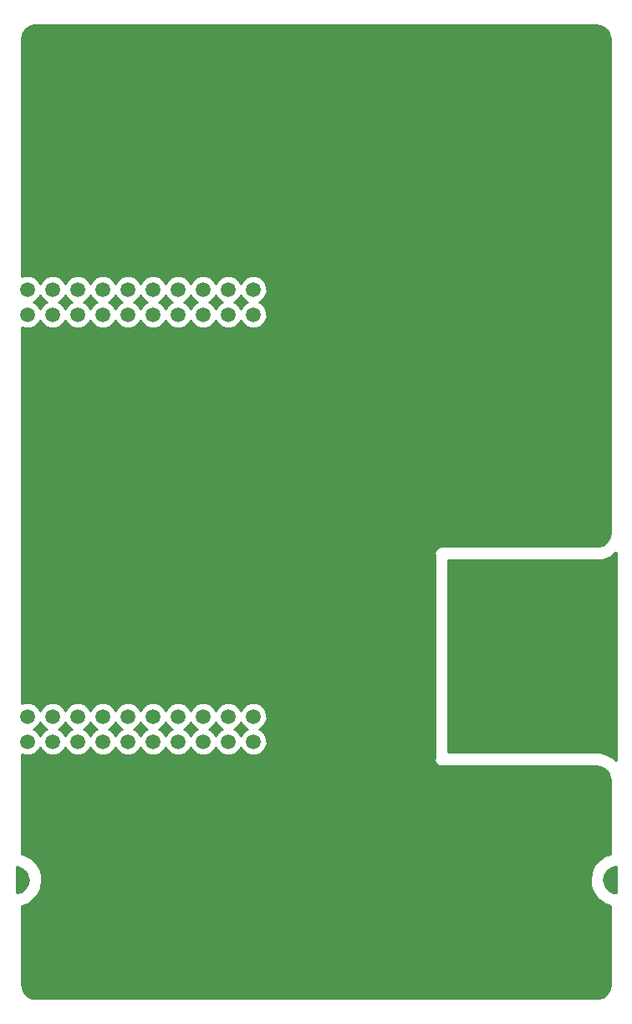
<source format=gbr>
G04 #@! TF.GenerationSoftware,KiCad,Pcbnew,(5.0.0)*
G04 #@! TF.CreationDate,2018-10-11T16:39:52-05:00*
G04 #@! TF.ProjectId,StandardBoard_HalfTiva,5374616E64617264426F6172645F4861,rev?*
G04 #@! TF.SameCoordinates,Original*
G04 #@! TF.FileFunction,Copper,L2,Bot,Signal*
G04 #@! TF.FilePolarity,Positive*
%FSLAX46Y46*%
G04 Gerber Fmt 4.6, Leading zero omitted, Abs format (unit mm)*
G04 Created by KiCad (PCBNEW (5.0.0)) date 10/11/18 16:39:52*
%MOMM*%
%LPD*%
G01*
G04 APERTURE LIST*
G04 #@! TA.AperFunction,ComponentPad*
%ADD10C,1.520000*%
G04 #@! TD*
G04 #@! TA.AperFunction,NonConductor*
%ADD11C,0.254000*%
G04 #@! TD*
G04 APERTURE END LIST*
D10*
G04 #@! TO.P,REF\002A\002A,PP5*
G04 #@! TO.N,N/C*
X161290000Y-71628000D03*
G04 #@! TO.P,REF\002A\002A,PM7*
X158750000Y-71628000D03*
G04 #@! TO.P,REF\002A\002A,GND*
X156210000Y-71628000D03*
G04 #@! TO.P,REF\002A\002A,PK7*
X179070000Y-74168000D03*
G04 #@! TO.P,REF\002A\002A,PK6*
X176530000Y-74168000D03*
G04 #@! TO.P,REF\002A\002A,PH1*
X173990000Y-74168000D03*
G04 #@! TO.P,REF\002A\002A,PH0*
X171450000Y-74168000D03*
G04 #@! TO.P,REF\002A\002A,PM2*
X168910000Y-74168000D03*
G04 #@! TO.P,REF\002A\002A,PM1*
X166370000Y-74168000D03*
G04 #@! TO.P,REF\002A\002A,PM0*
X163830000Y-74168000D03*
G04 #@! TO.P,REF\002A\002A,PK5*
X161290000Y-74168000D03*
G04 #@! TO.P,REF\002A\002A,PK4*
X158750000Y-74168000D03*
G04 #@! TO.P,REF\002A\002A,PG1*
X156210000Y-74168000D03*
G04 #@! TO.P,REF\002A\002A,PN4*
X179070000Y-117348000D03*
G04 #@! TO.P,REF\002A\002A,PP4*
X173990000Y-117348000D03*
G04 #@! TO.P,REF\002A\002A,PD5*
X168910000Y-117348000D03*
G04 #@! TO.P,REF\002A\002A,PD4*
X166370000Y-117348000D03*
G04 #@! TO.P,REF\002A\002A,PP1*
X163830000Y-117348000D03*
G04 #@! TO.P,REF\002A\002A,PP0*
X161290000Y-117348000D03*
G04 #@! TO.P,REF\002A\002A,PD2*
X158750000Y-117348000D03*
G04 #@! TO.P,REF\002A\002A,PA5*
X179070000Y-114808000D03*
G04 #@! TO.P,REF\002A\002A,PK3*
X173990000Y-114808000D03*
G04 #@! TO.P,REF\002A\002A,PB5*
X163830000Y-114808000D03*
G04 #@! TO.P,REF\002A\002A,PB4*
X161290000Y-114808000D03*
G04 #@! TO.P,REF\002A\002A,GND*
X158750000Y-114808000D03*
G04 #@! TO.P,REF\002A\002A,+5V*
X156210000Y-114808000D03*
G04 #@! TO.P,REF\002A\002A,PK1*
X168910000Y-114808000D03*
G04 #@! TO.P,REF\002A\002A,PK2*
X171450000Y-114808000D03*
G04 #@! TO.P,REF\002A\002A,PN5*
X176530000Y-117348000D03*
G04 #@! TO.P,REF\002A\002A,PA7*
X163830000Y-71628000D03*
G04 #@! TO.P,REF\002A\002A,Rese*
X166370000Y-71628000D03*
G04 #@! TO.P,REF\002A\002A,PA4*
X176530000Y-114808000D03*
G04 #@! TO.P,REF\002A\002A,PQ0*
X171450000Y-117348000D03*
G04 #@! TO.P,REF\002A\002A,PP3*
X173990000Y-71628000D03*
G04 #@! TO.P,REF\002A\002A,PQ3*
X171450000Y-71628000D03*
G04 #@! TO.P,REF\002A\002A,PK0*
X166370000Y-114808000D03*
G04 #@! TO.P,REF\002A\002A,PQ2*
X168910000Y-71628000D03*
G04 #@! TO.P,REF\002A\002A,PQ1*
X176530000Y-71628000D03*
G04 #@! TO.P,REF\002A\002A,PM6*
X179070000Y-71628000D03*
G04 #@! TO.P,REF\002A\002A,+3V3*
X156210000Y-117348000D03*
G04 #@! TD*
D11*
G36*
X214237009Y-44966090D02*
X214576352Y-45120381D01*
X214858752Y-45363712D01*
X215061506Y-45676523D01*
X215175348Y-46057184D01*
X215190000Y-46254350D01*
X215190001Y-58350074D01*
X215190000Y-96215419D01*
X215129910Y-96635009D01*
X214975619Y-96974352D01*
X214732288Y-97256752D01*
X214419479Y-97459506D01*
X214038815Y-97573348D01*
X213841649Y-97588000D01*
X198189926Y-97588000D01*
X198120000Y-97574091D01*
X198050075Y-97588000D01*
X198050074Y-97588000D01*
X197842972Y-97629195D01*
X197608119Y-97786119D01*
X197451195Y-98020972D01*
X197396091Y-98298000D01*
X197410001Y-98367931D01*
X197410000Y-119056074D01*
X197396091Y-119126000D01*
X197451195Y-119403028D01*
X197608119Y-119637881D01*
X197842972Y-119794805D01*
X198002571Y-119826551D01*
X198120000Y-119849909D01*
X198189925Y-119836000D01*
X213817419Y-119836000D01*
X214237009Y-119896090D01*
X214576352Y-120050381D01*
X214858752Y-120293712D01*
X215061506Y-120606523D01*
X215175348Y-120987184D01*
X215190001Y-121184363D01*
X215190000Y-128689760D01*
X214844241Y-128793164D01*
X214756769Y-128833582D01*
X214668806Y-128872929D01*
X214661502Y-128877601D01*
X214661498Y-128877603D01*
X214661499Y-128877603D01*
X214178040Y-129190966D01*
X214105447Y-129254293D01*
X214032045Y-129316763D01*
X214026343Y-129323300D01*
X213650266Y-129759759D01*
X213598347Y-129840942D01*
X213545446Y-129921475D01*
X213541808Y-129929350D01*
X213303347Y-130453817D01*
X213276300Y-130546309D01*
X213248129Y-130638452D01*
X213246847Y-130647031D01*
X213165171Y-131217346D01*
X213165171Y-131289766D01*
X213159362Y-131361963D01*
X213159952Y-131370618D01*
X213182272Y-131670966D01*
X213197826Y-131741711D01*
X213207654Y-131813455D01*
X213210088Y-131821781D01*
X213375164Y-132373758D01*
X213415591Y-132461250D01*
X213454930Y-132549194D01*
X213459603Y-132556501D01*
X213772966Y-133039961D01*
X213836328Y-133112594D01*
X213898763Y-133185955D01*
X213905296Y-133191654D01*
X213905300Y-133191658D01*
X213905305Y-133191661D01*
X214341759Y-133567734D01*
X214422942Y-133619653D01*
X214503475Y-133672554D01*
X214511346Y-133676190D01*
X214511349Y-133676192D01*
X214511352Y-133676193D01*
X215035817Y-133914653D01*
X215128309Y-133941700D01*
X215190001Y-133960561D01*
X215190000Y-141935418D01*
X215129910Y-142355009D01*
X214975619Y-142694352D01*
X214732288Y-142976752D01*
X214419479Y-143179506D01*
X214038815Y-143293348D01*
X213841649Y-143308000D01*
X157022581Y-143308000D01*
X156602991Y-143247910D01*
X156263648Y-143093619D01*
X155981248Y-142850288D01*
X155778494Y-142537479D01*
X155664652Y-142156815D01*
X155650000Y-141959649D01*
X155650000Y-133946239D01*
X155995758Y-133842836D01*
X156083250Y-133802409D01*
X156171194Y-133763070D01*
X156178498Y-133758399D01*
X156178502Y-133758397D01*
X156661961Y-133445034D01*
X156734594Y-133381672D01*
X156807955Y-133319237D01*
X156813654Y-133312704D01*
X156813658Y-133312700D01*
X156813661Y-133312695D01*
X157189734Y-132876241D01*
X157241653Y-132795058D01*
X157294554Y-132714525D01*
X157298192Y-132706650D01*
X157536653Y-132182183D01*
X157563700Y-132089691D01*
X157591871Y-131997548D01*
X157593153Y-131988969D01*
X157674829Y-131418653D01*
X157674829Y-131346233D01*
X157680638Y-131274036D01*
X157680048Y-131265382D01*
X157657728Y-130965033D01*
X157642174Y-130894288D01*
X157632346Y-130822544D01*
X157629912Y-130814219D01*
X157464836Y-130262241D01*
X157424418Y-130174769D01*
X157385071Y-130086806D01*
X157380397Y-130079499D01*
X157067034Y-129596040D01*
X157003707Y-129523447D01*
X156941237Y-129450045D01*
X156934700Y-129444343D01*
X156498241Y-129068266D01*
X156417058Y-129016347D01*
X156336525Y-128963446D01*
X156328654Y-128959810D01*
X156328651Y-128959808D01*
X156328648Y-128959807D01*
X155804183Y-128721347D01*
X155711691Y-128694300D01*
X155650000Y-128675439D01*
X155650000Y-118629346D01*
X155708493Y-118650206D01*
X155932517Y-118743000D01*
X155968696Y-118743000D01*
X156002780Y-118755155D01*
X156245001Y-118743000D01*
X156487483Y-118743000D01*
X156520909Y-118729155D01*
X156557049Y-118727341D01*
X156939941Y-118568742D01*
X156944210Y-118553817D01*
X157000204Y-118530624D01*
X157392624Y-118138204D01*
X157415817Y-118082210D01*
X157430742Y-118077941D01*
X157476320Y-117950137D01*
X157529258Y-118077941D01*
X157544183Y-118082210D01*
X157567376Y-118138204D01*
X157959796Y-118530624D01*
X158015790Y-118553817D01*
X158020059Y-118568742D01*
X158248493Y-118650206D01*
X158472517Y-118743000D01*
X158508696Y-118743000D01*
X158542780Y-118755155D01*
X158785001Y-118743000D01*
X159027483Y-118743000D01*
X159060909Y-118729155D01*
X159097049Y-118727341D01*
X159479941Y-118568742D01*
X159484210Y-118553817D01*
X159540204Y-118530624D01*
X159932624Y-118138204D01*
X159955817Y-118082210D01*
X159970742Y-118077941D01*
X160016320Y-117950137D01*
X160069258Y-118077941D01*
X160084183Y-118082210D01*
X160107376Y-118138204D01*
X160499796Y-118530624D01*
X160555790Y-118553817D01*
X160560059Y-118568742D01*
X160788493Y-118650206D01*
X161012517Y-118743000D01*
X161048696Y-118743000D01*
X161082780Y-118755155D01*
X161325001Y-118743000D01*
X161567483Y-118743000D01*
X161600909Y-118729155D01*
X161637049Y-118727341D01*
X162019941Y-118568742D01*
X162024210Y-118553817D01*
X162080204Y-118530624D01*
X162472624Y-118138204D01*
X162495817Y-118082210D01*
X162510742Y-118077941D01*
X162556320Y-117950137D01*
X162609258Y-118077941D01*
X162624183Y-118082210D01*
X162647376Y-118138204D01*
X163039796Y-118530624D01*
X163095790Y-118553817D01*
X163100059Y-118568742D01*
X163328493Y-118650206D01*
X163552517Y-118743000D01*
X163588696Y-118743000D01*
X163622780Y-118755155D01*
X163865001Y-118743000D01*
X164107483Y-118743000D01*
X164140909Y-118729155D01*
X164177049Y-118727341D01*
X164559941Y-118568742D01*
X164564210Y-118553817D01*
X164620204Y-118530624D01*
X165012624Y-118138204D01*
X165035817Y-118082210D01*
X165050742Y-118077941D01*
X165096320Y-117950137D01*
X165149258Y-118077941D01*
X165164183Y-118082210D01*
X165187376Y-118138204D01*
X165579796Y-118530624D01*
X165635790Y-118553817D01*
X165640059Y-118568742D01*
X165868493Y-118650206D01*
X166092517Y-118743000D01*
X166128696Y-118743000D01*
X166162780Y-118755155D01*
X166405001Y-118743000D01*
X166647483Y-118743000D01*
X166680909Y-118729155D01*
X166717049Y-118727341D01*
X167099941Y-118568742D01*
X167104210Y-118553817D01*
X167160204Y-118530624D01*
X167552624Y-118138204D01*
X167575817Y-118082210D01*
X167590742Y-118077941D01*
X167636320Y-117950137D01*
X167689258Y-118077941D01*
X167704183Y-118082210D01*
X167727376Y-118138204D01*
X168119796Y-118530624D01*
X168175790Y-118553817D01*
X168180059Y-118568742D01*
X168408493Y-118650206D01*
X168632517Y-118743000D01*
X168668696Y-118743000D01*
X168702780Y-118755155D01*
X168945001Y-118743000D01*
X169187483Y-118743000D01*
X169220909Y-118729155D01*
X169257049Y-118727341D01*
X169639941Y-118568742D01*
X169644210Y-118553817D01*
X169700204Y-118530624D01*
X170092624Y-118138204D01*
X170115817Y-118082210D01*
X170130742Y-118077941D01*
X170176320Y-117950137D01*
X170229258Y-118077941D01*
X170244183Y-118082210D01*
X170267376Y-118138204D01*
X170659796Y-118530624D01*
X170715790Y-118553817D01*
X170720059Y-118568742D01*
X170948493Y-118650206D01*
X171172517Y-118743000D01*
X171208696Y-118743000D01*
X171242780Y-118755155D01*
X171485001Y-118743000D01*
X171727483Y-118743000D01*
X171760909Y-118729155D01*
X171797049Y-118727341D01*
X172179941Y-118568742D01*
X172184210Y-118553817D01*
X172240204Y-118530624D01*
X172632624Y-118138204D01*
X172655817Y-118082210D01*
X172670742Y-118077941D01*
X172716320Y-117950137D01*
X172769258Y-118077941D01*
X172784183Y-118082210D01*
X172807376Y-118138204D01*
X173199796Y-118530624D01*
X173255790Y-118553817D01*
X173260059Y-118568742D01*
X173488493Y-118650206D01*
X173712517Y-118743000D01*
X173748696Y-118743000D01*
X173782780Y-118755155D01*
X174025001Y-118743000D01*
X174267483Y-118743000D01*
X174300909Y-118729155D01*
X174337049Y-118727341D01*
X174719941Y-118568742D01*
X174724210Y-118553817D01*
X174780204Y-118530624D01*
X175172624Y-118138204D01*
X175195817Y-118082210D01*
X175210742Y-118077941D01*
X175256320Y-117950137D01*
X175309258Y-118077941D01*
X175324183Y-118082210D01*
X175347376Y-118138204D01*
X175739796Y-118530624D01*
X175795790Y-118553817D01*
X175800059Y-118568742D01*
X176028493Y-118650206D01*
X176252517Y-118743000D01*
X176288696Y-118743000D01*
X176322780Y-118755155D01*
X176565001Y-118743000D01*
X176807483Y-118743000D01*
X176840909Y-118729155D01*
X176877049Y-118727341D01*
X177259941Y-118568742D01*
X177264210Y-118553817D01*
X177320204Y-118530624D01*
X177712624Y-118138204D01*
X177735817Y-118082210D01*
X177750742Y-118077941D01*
X177796320Y-117950137D01*
X177849258Y-118077941D01*
X177864183Y-118082210D01*
X177887376Y-118138204D01*
X178279796Y-118530624D01*
X178335790Y-118553817D01*
X178340059Y-118568742D01*
X178568493Y-118650206D01*
X178792517Y-118743000D01*
X178828696Y-118743000D01*
X178862780Y-118755155D01*
X179105001Y-118743000D01*
X179347483Y-118743000D01*
X179380909Y-118729155D01*
X179417049Y-118727341D01*
X179799941Y-118568742D01*
X179804210Y-118553817D01*
X179860204Y-118530624D01*
X180252624Y-118138204D01*
X180275817Y-118082210D01*
X180290742Y-118077941D01*
X180372206Y-117849507D01*
X180465000Y-117625483D01*
X180465000Y-117589304D01*
X180477155Y-117555220D01*
X180465000Y-117312999D01*
X180465000Y-117070517D01*
X180451155Y-117037091D01*
X180449341Y-117000951D01*
X180290742Y-116618059D01*
X180275817Y-116613790D01*
X180252624Y-116557796D01*
X179860204Y-116165376D01*
X179804210Y-116142183D01*
X179799941Y-116127258D01*
X179672137Y-116081680D01*
X179799941Y-116028742D01*
X179804210Y-116013817D01*
X179860204Y-115990624D01*
X180252624Y-115598204D01*
X180275817Y-115542210D01*
X180290742Y-115537941D01*
X180372206Y-115309507D01*
X180465000Y-115085483D01*
X180465000Y-115049304D01*
X180477155Y-115015220D01*
X180465000Y-114772999D01*
X180465000Y-114530517D01*
X180451155Y-114497091D01*
X180449341Y-114460951D01*
X180290742Y-114078059D01*
X180275817Y-114073790D01*
X180252624Y-114017796D01*
X179860204Y-113625376D01*
X179804210Y-113602183D01*
X179799941Y-113587258D01*
X179571507Y-113505794D01*
X179347483Y-113413000D01*
X179311304Y-113413000D01*
X179277220Y-113400845D01*
X179034999Y-113413000D01*
X178792517Y-113413000D01*
X178759091Y-113426845D01*
X178722951Y-113428659D01*
X178340059Y-113587258D01*
X178335790Y-113602183D01*
X178279796Y-113625376D01*
X177887376Y-114017796D01*
X177864183Y-114073790D01*
X177849258Y-114078059D01*
X177803680Y-114205863D01*
X177750742Y-114078059D01*
X177735817Y-114073790D01*
X177712624Y-114017796D01*
X177320204Y-113625376D01*
X177264210Y-113602183D01*
X177259941Y-113587258D01*
X177031507Y-113505794D01*
X176807483Y-113413000D01*
X176771304Y-113413000D01*
X176737220Y-113400845D01*
X176494999Y-113413000D01*
X176252517Y-113413000D01*
X176219091Y-113426845D01*
X176182951Y-113428659D01*
X175800059Y-113587258D01*
X175795790Y-113602183D01*
X175739796Y-113625376D01*
X175347376Y-114017796D01*
X175324183Y-114073790D01*
X175309258Y-114078059D01*
X175263680Y-114205863D01*
X175210742Y-114078059D01*
X175195817Y-114073790D01*
X175172624Y-114017796D01*
X174780204Y-113625376D01*
X174724210Y-113602183D01*
X174719941Y-113587258D01*
X174491507Y-113505794D01*
X174267483Y-113413000D01*
X174231304Y-113413000D01*
X174197220Y-113400845D01*
X173954999Y-113413000D01*
X173712517Y-113413000D01*
X173679091Y-113426845D01*
X173642951Y-113428659D01*
X173260059Y-113587258D01*
X173255790Y-113602183D01*
X173199796Y-113625376D01*
X172807376Y-114017796D01*
X172784183Y-114073790D01*
X172769258Y-114078059D01*
X172723680Y-114205863D01*
X172670742Y-114078059D01*
X172655817Y-114073790D01*
X172632624Y-114017796D01*
X172240204Y-113625376D01*
X172184210Y-113602183D01*
X172179941Y-113587258D01*
X171951507Y-113505794D01*
X171727483Y-113413000D01*
X171691304Y-113413000D01*
X171657220Y-113400845D01*
X171414999Y-113413000D01*
X171172517Y-113413000D01*
X171139091Y-113426845D01*
X171102951Y-113428659D01*
X170720059Y-113587258D01*
X170715790Y-113602183D01*
X170659796Y-113625376D01*
X170267376Y-114017796D01*
X170244183Y-114073790D01*
X170229258Y-114078059D01*
X170183680Y-114205863D01*
X170130742Y-114078059D01*
X170115817Y-114073790D01*
X170092624Y-114017796D01*
X169700204Y-113625376D01*
X169644210Y-113602183D01*
X169639941Y-113587258D01*
X169411507Y-113505794D01*
X169187483Y-113413000D01*
X169151304Y-113413000D01*
X169117220Y-113400845D01*
X168874999Y-113413000D01*
X168632517Y-113413000D01*
X168599091Y-113426845D01*
X168562951Y-113428659D01*
X168180059Y-113587258D01*
X168175790Y-113602183D01*
X168119796Y-113625376D01*
X167727376Y-114017796D01*
X167704183Y-114073790D01*
X167689258Y-114078059D01*
X167643680Y-114205863D01*
X167590742Y-114078059D01*
X167575817Y-114073790D01*
X167552624Y-114017796D01*
X167160204Y-113625376D01*
X167104210Y-113602183D01*
X167099941Y-113587258D01*
X166871507Y-113505794D01*
X166647483Y-113413000D01*
X166611304Y-113413000D01*
X166577220Y-113400845D01*
X166334999Y-113413000D01*
X166092517Y-113413000D01*
X166059091Y-113426845D01*
X166022951Y-113428659D01*
X165640059Y-113587258D01*
X165635790Y-113602183D01*
X165579796Y-113625376D01*
X165187376Y-114017796D01*
X165164183Y-114073790D01*
X165149258Y-114078059D01*
X165103680Y-114205863D01*
X165050742Y-114078059D01*
X165035817Y-114073790D01*
X165012624Y-114017796D01*
X164620204Y-113625376D01*
X164564210Y-113602183D01*
X164559941Y-113587258D01*
X164331507Y-113505794D01*
X164107483Y-113413000D01*
X164071304Y-113413000D01*
X164037220Y-113400845D01*
X163794999Y-113413000D01*
X163552517Y-113413000D01*
X163519091Y-113426845D01*
X163482951Y-113428659D01*
X163100059Y-113587258D01*
X163095790Y-113602183D01*
X163039796Y-113625376D01*
X162647376Y-114017796D01*
X162624183Y-114073790D01*
X162609258Y-114078059D01*
X162563680Y-114205863D01*
X162510742Y-114078059D01*
X162495817Y-114073790D01*
X162472624Y-114017796D01*
X162080204Y-113625376D01*
X162024210Y-113602183D01*
X162019941Y-113587258D01*
X161791507Y-113505794D01*
X161567483Y-113413000D01*
X161531304Y-113413000D01*
X161497220Y-113400845D01*
X161254999Y-113413000D01*
X161012517Y-113413000D01*
X160979091Y-113426845D01*
X160942951Y-113428659D01*
X160560059Y-113587258D01*
X160555790Y-113602183D01*
X160499796Y-113625376D01*
X160107376Y-114017796D01*
X160084183Y-114073790D01*
X160069258Y-114078059D01*
X160023680Y-114205863D01*
X159970742Y-114078059D01*
X159955817Y-114073790D01*
X159932624Y-114017796D01*
X159540204Y-113625376D01*
X159484210Y-113602183D01*
X159479941Y-113587258D01*
X159251507Y-113505794D01*
X159027483Y-113413000D01*
X158991304Y-113413000D01*
X158957220Y-113400845D01*
X158714999Y-113413000D01*
X158472517Y-113413000D01*
X158439091Y-113426845D01*
X158402951Y-113428659D01*
X158020059Y-113587258D01*
X158015790Y-113602183D01*
X157959796Y-113625376D01*
X157567376Y-114017796D01*
X157544183Y-114073790D01*
X157529258Y-114078059D01*
X157483680Y-114205863D01*
X157430742Y-114078059D01*
X157415817Y-114073790D01*
X157392624Y-114017796D01*
X157000204Y-113625376D01*
X156944210Y-113602183D01*
X156939941Y-113587258D01*
X156711507Y-113505794D01*
X156487483Y-113413000D01*
X156451304Y-113413000D01*
X156417220Y-113400845D01*
X156174999Y-113413000D01*
X155932517Y-113413000D01*
X155899091Y-113426845D01*
X155862951Y-113428659D01*
X155650000Y-113516866D01*
X155650000Y-75449346D01*
X155708493Y-75470206D01*
X155932517Y-75563000D01*
X155968696Y-75563000D01*
X156002780Y-75575155D01*
X156245001Y-75563000D01*
X156487483Y-75563000D01*
X156520909Y-75549155D01*
X156557049Y-75547341D01*
X156939941Y-75388742D01*
X156944210Y-75373817D01*
X157000204Y-75350624D01*
X157392624Y-74958204D01*
X157415817Y-74902210D01*
X157430742Y-74897941D01*
X157476320Y-74770137D01*
X157529258Y-74897941D01*
X157544183Y-74902210D01*
X157567376Y-74958204D01*
X157959796Y-75350624D01*
X158015790Y-75373817D01*
X158020059Y-75388742D01*
X158248493Y-75470206D01*
X158472517Y-75563000D01*
X158508696Y-75563000D01*
X158542780Y-75575155D01*
X158785001Y-75563000D01*
X159027483Y-75563000D01*
X159060909Y-75549155D01*
X159097049Y-75547341D01*
X159479941Y-75388742D01*
X159484210Y-75373817D01*
X159540204Y-75350624D01*
X159932624Y-74958204D01*
X159955817Y-74902210D01*
X159970742Y-74897941D01*
X160016320Y-74770137D01*
X160069258Y-74897941D01*
X160084183Y-74902210D01*
X160107376Y-74958204D01*
X160499796Y-75350624D01*
X160555790Y-75373817D01*
X160560059Y-75388742D01*
X160788493Y-75470206D01*
X161012517Y-75563000D01*
X161048696Y-75563000D01*
X161082780Y-75575155D01*
X161325001Y-75563000D01*
X161567483Y-75563000D01*
X161600909Y-75549155D01*
X161637049Y-75547341D01*
X162019941Y-75388742D01*
X162024210Y-75373817D01*
X162080204Y-75350624D01*
X162472624Y-74958204D01*
X162495817Y-74902210D01*
X162510742Y-74897941D01*
X162556320Y-74770137D01*
X162609258Y-74897941D01*
X162624183Y-74902210D01*
X162647376Y-74958204D01*
X163039796Y-75350624D01*
X163095790Y-75373817D01*
X163100059Y-75388742D01*
X163328493Y-75470206D01*
X163552517Y-75563000D01*
X163588696Y-75563000D01*
X163622780Y-75575155D01*
X163865001Y-75563000D01*
X164107483Y-75563000D01*
X164140909Y-75549155D01*
X164177049Y-75547341D01*
X164559941Y-75388742D01*
X164564210Y-75373817D01*
X164620204Y-75350624D01*
X165012624Y-74958204D01*
X165035817Y-74902210D01*
X165050742Y-74897941D01*
X165096320Y-74770137D01*
X165149258Y-74897941D01*
X165164183Y-74902210D01*
X165187376Y-74958204D01*
X165579796Y-75350624D01*
X165635790Y-75373817D01*
X165640059Y-75388742D01*
X165868493Y-75470206D01*
X166092517Y-75563000D01*
X166128696Y-75563000D01*
X166162780Y-75575155D01*
X166405001Y-75563000D01*
X166647483Y-75563000D01*
X166680909Y-75549155D01*
X166717049Y-75547341D01*
X167099941Y-75388742D01*
X167104210Y-75373817D01*
X167160204Y-75350624D01*
X167552624Y-74958204D01*
X167575817Y-74902210D01*
X167590742Y-74897941D01*
X167636320Y-74770137D01*
X167689258Y-74897941D01*
X167704183Y-74902210D01*
X167727376Y-74958204D01*
X168119796Y-75350624D01*
X168175790Y-75373817D01*
X168180059Y-75388742D01*
X168408493Y-75470206D01*
X168632517Y-75563000D01*
X168668696Y-75563000D01*
X168702780Y-75575155D01*
X168945001Y-75563000D01*
X169187483Y-75563000D01*
X169220909Y-75549155D01*
X169257049Y-75547341D01*
X169639941Y-75388742D01*
X169644210Y-75373817D01*
X169700204Y-75350624D01*
X170092624Y-74958204D01*
X170115817Y-74902210D01*
X170130742Y-74897941D01*
X170176320Y-74770137D01*
X170229258Y-74897941D01*
X170244183Y-74902210D01*
X170267376Y-74958204D01*
X170659796Y-75350624D01*
X170715790Y-75373817D01*
X170720059Y-75388742D01*
X170948493Y-75470206D01*
X171172517Y-75563000D01*
X171208696Y-75563000D01*
X171242780Y-75575155D01*
X171485001Y-75563000D01*
X171727483Y-75563000D01*
X171760909Y-75549155D01*
X171797049Y-75547341D01*
X172179941Y-75388742D01*
X172184210Y-75373817D01*
X172240204Y-75350624D01*
X172632624Y-74958204D01*
X172655817Y-74902210D01*
X172670742Y-74897941D01*
X172716320Y-74770137D01*
X172769258Y-74897941D01*
X172784183Y-74902210D01*
X172807376Y-74958204D01*
X173199796Y-75350624D01*
X173255790Y-75373817D01*
X173260059Y-75388742D01*
X173488493Y-75470206D01*
X173712517Y-75563000D01*
X173748696Y-75563000D01*
X173782780Y-75575155D01*
X174025001Y-75563000D01*
X174267483Y-75563000D01*
X174300909Y-75549155D01*
X174337049Y-75547341D01*
X174719941Y-75388742D01*
X174724210Y-75373817D01*
X174780204Y-75350624D01*
X175172624Y-74958204D01*
X175195817Y-74902210D01*
X175210742Y-74897941D01*
X175256320Y-74770137D01*
X175309258Y-74897941D01*
X175324183Y-74902210D01*
X175347376Y-74958204D01*
X175739796Y-75350624D01*
X175795790Y-75373817D01*
X175800059Y-75388742D01*
X176028493Y-75470206D01*
X176252517Y-75563000D01*
X176288696Y-75563000D01*
X176322780Y-75575155D01*
X176565001Y-75563000D01*
X176807483Y-75563000D01*
X176840909Y-75549155D01*
X176877049Y-75547341D01*
X177259941Y-75388742D01*
X177264210Y-75373817D01*
X177320204Y-75350624D01*
X177712624Y-74958204D01*
X177735817Y-74902210D01*
X177750742Y-74897941D01*
X177796320Y-74770137D01*
X177849258Y-74897941D01*
X177864183Y-74902210D01*
X177887376Y-74958204D01*
X178279796Y-75350624D01*
X178335790Y-75373817D01*
X178340059Y-75388742D01*
X178568493Y-75470206D01*
X178792517Y-75563000D01*
X178828696Y-75563000D01*
X178862780Y-75575155D01*
X179105001Y-75563000D01*
X179347483Y-75563000D01*
X179380909Y-75549155D01*
X179417049Y-75547341D01*
X179799941Y-75388742D01*
X179804210Y-75373817D01*
X179860204Y-75350624D01*
X180252624Y-74958204D01*
X180275817Y-74902210D01*
X180290742Y-74897941D01*
X180372206Y-74669507D01*
X180465000Y-74445483D01*
X180465000Y-74409304D01*
X180477155Y-74375220D01*
X180465000Y-74132999D01*
X180465000Y-73890517D01*
X180451155Y-73857091D01*
X180449341Y-73820951D01*
X180290742Y-73438059D01*
X180275817Y-73433790D01*
X180252624Y-73377796D01*
X179860204Y-72985376D01*
X179804210Y-72962183D01*
X179799941Y-72947258D01*
X179672137Y-72901680D01*
X179799941Y-72848742D01*
X179804210Y-72833817D01*
X179860204Y-72810624D01*
X180252624Y-72418204D01*
X180275817Y-72362210D01*
X180290742Y-72357941D01*
X180372206Y-72129507D01*
X180465000Y-71905483D01*
X180465000Y-71869304D01*
X180477155Y-71835220D01*
X180465000Y-71592999D01*
X180465000Y-71350517D01*
X180451155Y-71317091D01*
X180449341Y-71280951D01*
X180290742Y-70898059D01*
X180275817Y-70893790D01*
X180252624Y-70837796D01*
X179860204Y-70445376D01*
X179804210Y-70422183D01*
X179799941Y-70407258D01*
X179571507Y-70325794D01*
X179347483Y-70233000D01*
X179311304Y-70233000D01*
X179277220Y-70220845D01*
X179034999Y-70233000D01*
X178792517Y-70233000D01*
X178759091Y-70246845D01*
X178722951Y-70248659D01*
X178340059Y-70407258D01*
X178335790Y-70422183D01*
X178279796Y-70445376D01*
X177887376Y-70837796D01*
X177864183Y-70893790D01*
X177849258Y-70898059D01*
X177803680Y-71025863D01*
X177750742Y-70898059D01*
X177735817Y-70893790D01*
X177712624Y-70837796D01*
X177320204Y-70445376D01*
X177264210Y-70422183D01*
X177259941Y-70407258D01*
X177031507Y-70325794D01*
X176807483Y-70233000D01*
X176771304Y-70233000D01*
X176737220Y-70220845D01*
X176494999Y-70233000D01*
X176252517Y-70233000D01*
X176219091Y-70246845D01*
X176182951Y-70248659D01*
X175800059Y-70407258D01*
X175795790Y-70422183D01*
X175739796Y-70445376D01*
X175347376Y-70837796D01*
X175324183Y-70893790D01*
X175309258Y-70898059D01*
X175263680Y-71025863D01*
X175210742Y-70898059D01*
X175195817Y-70893790D01*
X175172624Y-70837796D01*
X174780204Y-70445376D01*
X174724210Y-70422183D01*
X174719941Y-70407258D01*
X174491507Y-70325794D01*
X174267483Y-70233000D01*
X174231304Y-70233000D01*
X174197220Y-70220845D01*
X173954999Y-70233000D01*
X173712517Y-70233000D01*
X173679091Y-70246845D01*
X173642951Y-70248659D01*
X173260059Y-70407258D01*
X173255790Y-70422183D01*
X173199796Y-70445376D01*
X172807376Y-70837796D01*
X172784183Y-70893790D01*
X172769258Y-70898059D01*
X172723680Y-71025863D01*
X172670742Y-70898059D01*
X172655817Y-70893790D01*
X172632624Y-70837796D01*
X172240204Y-70445376D01*
X172184210Y-70422183D01*
X172179941Y-70407258D01*
X171951507Y-70325794D01*
X171727483Y-70233000D01*
X171691304Y-70233000D01*
X171657220Y-70220845D01*
X171414999Y-70233000D01*
X171172517Y-70233000D01*
X171139091Y-70246845D01*
X171102951Y-70248659D01*
X170720059Y-70407258D01*
X170715790Y-70422183D01*
X170659796Y-70445376D01*
X170267376Y-70837796D01*
X170244183Y-70893790D01*
X170229258Y-70898059D01*
X170183680Y-71025863D01*
X170130742Y-70898059D01*
X170115817Y-70893790D01*
X170092624Y-70837796D01*
X169700204Y-70445376D01*
X169644210Y-70422183D01*
X169639941Y-70407258D01*
X169411507Y-70325794D01*
X169187483Y-70233000D01*
X169151304Y-70233000D01*
X169117220Y-70220845D01*
X168874999Y-70233000D01*
X168632517Y-70233000D01*
X168599091Y-70246845D01*
X168562951Y-70248659D01*
X168180059Y-70407258D01*
X168175790Y-70422183D01*
X168119796Y-70445376D01*
X167727376Y-70837796D01*
X167704183Y-70893790D01*
X167689258Y-70898059D01*
X167643680Y-71025863D01*
X167590742Y-70898059D01*
X167575817Y-70893790D01*
X167552624Y-70837796D01*
X167160204Y-70445376D01*
X167104210Y-70422183D01*
X167099941Y-70407258D01*
X166871507Y-70325794D01*
X166647483Y-70233000D01*
X166611304Y-70233000D01*
X166577220Y-70220845D01*
X166334999Y-70233000D01*
X166092517Y-70233000D01*
X166059091Y-70246845D01*
X166022951Y-70248659D01*
X165640059Y-70407258D01*
X165635790Y-70422183D01*
X165579796Y-70445376D01*
X165187376Y-70837796D01*
X165164183Y-70893790D01*
X165149258Y-70898059D01*
X165103680Y-71025863D01*
X165050742Y-70898059D01*
X165035817Y-70893790D01*
X165012624Y-70837796D01*
X164620204Y-70445376D01*
X164564210Y-70422183D01*
X164559941Y-70407258D01*
X164331507Y-70325794D01*
X164107483Y-70233000D01*
X164071304Y-70233000D01*
X164037220Y-70220845D01*
X163794999Y-70233000D01*
X163552517Y-70233000D01*
X163519091Y-70246845D01*
X163482951Y-70248659D01*
X163100059Y-70407258D01*
X163095790Y-70422183D01*
X163039796Y-70445376D01*
X162647376Y-70837796D01*
X162624183Y-70893790D01*
X162609258Y-70898059D01*
X162563680Y-71025863D01*
X162510742Y-70898059D01*
X162495817Y-70893790D01*
X162472624Y-70837796D01*
X162080204Y-70445376D01*
X162024210Y-70422183D01*
X162019941Y-70407258D01*
X161791507Y-70325794D01*
X161567483Y-70233000D01*
X161531304Y-70233000D01*
X161497220Y-70220845D01*
X161254999Y-70233000D01*
X161012517Y-70233000D01*
X160979091Y-70246845D01*
X160942951Y-70248659D01*
X160560059Y-70407258D01*
X160555790Y-70422183D01*
X160499796Y-70445376D01*
X160107376Y-70837796D01*
X160084183Y-70893790D01*
X160069258Y-70898059D01*
X160023680Y-71025863D01*
X159970742Y-70898059D01*
X159955817Y-70893790D01*
X159932624Y-70837796D01*
X159540204Y-70445376D01*
X159484210Y-70422183D01*
X159479941Y-70407258D01*
X159251507Y-70325794D01*
X159027483Y-70233000D01*
X158991304Y-70233000D01*
X158957220Y-70220845D01*
X158714999Y-70233000D01*
X158472517Y-70233000D01*
X158439091Y-70246845D01*
X158402951Y-70248659D01*
X158020059Y-70407258D01*
X158015790Y-70422183D01*
X157959796Y-70445376D01*
X157567376Y-70837796D01*
X157544183Y-70893790D01*
X157529258Y-70898059D01*
X157483680Y-71025863D01*
X157430742Y-70898059D01*
X157415817Y-70893790D01*
X157392624Y-70837796D01*
X157000204Y-70445376D01*
X156944210Y-70422183D01*
X156939941Y-70407258D01*
X156711507Y-70325794D01*
X156487483Y-70233000D01*
X156451304Y-70233000D01*
X156417220Y-70220845D01*
X156174999Y-70233000D01*
X155932517Y-70233000D01*
X155899091Y-70246845D01*
X155862951Y-70248659D01*
X155650000Y-70336866D01*
X155650000Y-46278581D01*
X155710090Y-45858991D01*
X155864381Y-45519648D01*
X156107712Y-45237248D01*
X156420523Y-45034494D01*
X156801184Y-44920652D01*
X156998350Y-44906000D01*
X213817419Y-44906000D01*
X214237009Y-44966090D01*
X214237009Y-44966090D01*
G37*
X214237009Y-44966090D02*
X214576352Y-45120381D01*
X214858752Y-45363712D01*
X215061506Y-45676523D01*
X215175348Y-46057184D01*
X215190000Y-46254350D01*
X215190001Y-58350074D01*
X215190000Y-96215419D01*
X215129910Y-96635009D01*
X214975619Y-96974352D01*
X214732288Y-97256752D01*
X214419479Y-97459506D01*
X214038815Y-97573348D01*
X213841649Y-97588000D01*
X198189926Y-97588000D01*
X198120000Y-97574091D01*
X198050075Y-97588000D01*
X198050074Y-97588000D01*
X197842972Y-97629195D01*
X197608119Y-97786119D01*
X197451195Y-98020972D01*
X197396091Y-98298000D01*
X197410001Y-98367931D01*
X197410000Y-119056074D01*
X197396091Y-119126000D01*
X197451195Y-119403028D01*
X197608119Y-119637881D01*
X197842972Y-119794805D01*
X198002571Y-119826551D01*
X198120000Y-119849909D01*
X198189925Y-119836000D01*
X213817419Y-119836000D01*
X214237009Y-119896090D01*
X214576352Y-120050381D01*
X214858752Y-120293712D01*
X215061506Y-120606523D01*
X215175348Y-120987184D01*
X215190001Y-121184363D01*
X215190000Y-128689760D01*
X214844241Y-128793164D01*
X214756769Y-128833582D01*
X214668806Y-128872929D01*
X214661502Y-128877601D01*
X214661498Y-128877603D01*
X214661499Y-128877603D01*
X214178040Y-129190966D01*
X214105447Y-129254293D01*
X214032045Y-129316763D01*
X214026343Y-129323300D01*
X213650266Y-129759759D01*
X213598347Y-129840942D01*
X213545446Y-129921475D01*
X213541808Y-129929350D01*
X213303347Y-130453817D01*
X213276300Y-130546309D01*
X213248129Y-130638452D01*
X213246847Y-130647031D01*
X213165171Y-131217346D01*
X213165171Y-131289766D01*
X213159362Y-131361963D01*
X213159952Y-131370618D01*
X213182272Y-131670966D01*
X213197826Y-131741711D01*
X213207654Y-131813455D01*
X213210088Y-131821781D01*
X213375164Y-132373758D01*
X213415591Y-132461250D01*
X213454930Y-132549194D01*
X213459603Y-132556501D01*
X213772966Y-133039961D01*
X213836328Y-133112594D01*
X213898763Y-133185955D01*
X213905296Y-133191654D01*
X213905300Y-133191658D01*
X213905305Y-133191661D01*
X214341759Y-133567734D01*
X214422942Y-133619653D01*
X214503475Y-133672554D01*
X214511346Y-133676190D01*
X214511349Y-133676192D01*
X214511352Y-133676193D01*
X215035817Y-133914653D01*
X215128309Y-133941700D01*
X215190001Y-133960561D01*
X215190000Y-141935418D01*
X215129910Y-142355009D01*
X214975619Y-142694352D01*
X214732288Y-142976752D01*
X214419479Y-143179506D01*
X214038815Y-143293348D01*
X213841649Y-143308000D01*
X157022581Y-143308000D01*
X156602991Y-143247910D01*
X156263648Y-143093619D01*
X155981248Y-142850288D01*
X155778494Y-142537479D01*
X155664652Y-142156815D01*
X155650000Y-141959649D01*
X155650000Y-133946239D01*
X155995758Y-133842836D01*
X156083250Y-133802409D01*
X156171194Y-133763070D01*
X156178498Y-133758399D01*
X156178502Y-133758397D01*
X156661961Y-133445034D01*
X156734594Y-133381672D01*
X156807955Y-133319237D01*
X156813654Y-133312704D01*
X156813658Y-133312700D01*
X156813661Y-133312695D01*
X157189734Y-132876241D01*
X157241653Y-132795058D01*
X157294554Y-132714525D01*
X157298192Y-132706650D01*
X157536653Y-132182183D01*
X157563700Y-132089691D01*
X157591871Y-131997548D01*
X157593153Y-131988969D01*
X157674829Y-131418653D01*
X157674829Y-131346233D01*
X157680638Y-131274036D01*
X157680048Y-131265382D01*
X157657728Y-130965033D01*
X157642174Y-130894288D01*
X157632346Y-130822544D01*
X157629912Y-130814219D01*
X157464836Y-130262241D01*
X157424418Y-130174769D01*
X157385071Y-130086806D01*
X157380397Y-130079499D01*
X157067034Y-129596040D01*
X157003707Y-129523447D01*
X156941237Y-129450045D01*
X156934700Y-129444343D01*
X156498241Y-129068266D01*
X156417058Y-129016347D01*
X156336525Y-128963446D01*
X156328654Y-128959810D01*
X156328651Y-128959808D01*
X156328648Y-128959807D01*
X155804183Y-128721347D01*
X155711691Y-128694300D01*
X155650000Y-128675439D01*
X155650000Y-118629346D01*
X155708493Y-118650206D01*
X155932517Y-118743000D01*
X155968696Y-118743000D01*
X156002780Y-118755155D01*
X156245001Y-118743000D01*
X156487483Y-118743000D01*
X156520909Y-118729155D01*
X156557049Y-118727341D01*
X156939941Y-118568742D01*
X156944210Y-118553817D01*
X157000204Y-118530624D01*
X157392624Y-118138204D01*
X157415817Y-118082210D01*
X157430742Y-118077941D01*
X157476320Y-117950137D01*
X157529258Y-118077941D01*
X157544183Y-118082210D01*
X157567376Y-118138204D01*
X157959796Y-118530624D01*
X158015790Y-118553817D01*
X158020059Y-118568742D01*
X158248493Y-118650206D01*
X158472517Y-118743000D01*
X158508696Y-118743000D01*
X158542780Y-118755155D01*
X158785001Y-118743000D01*
X159027483Y-118743000D01*
X159060909Y-118729155D01*
X159097049Y-118727341D01*
X159479941Y-118568742D01*
X159484210Y-118553817D01*
X159540204Y-118530624D01*
X159932624Y-118138204D01*
X159955817Y-118082210D01*
X159970742Y-118077941D01*
X160016320Y-117950137D01*
X160069258Y-118077941D01*
X160084183Y-118082210D01*
X160107376Y-118138204D01*
X160499796Y-118530624D01*
X160555790Y-118553817D01*
X160560059Y-118568742D01*
X160788493Y-118650206D01*
X161012517Y-118743000D01*
X161048696Y-118743000D01*
X161082780Y-118755155D01*
X161325001Y-118743000D01*
X161567483Y-118743000D01*
X161600909Y-118729155D01*
X161637049Y-118727341D01*
X162019941Y-118568742D01*
X162024210Y-118553817D01*
X162080204Y-118530624D01*
X162472624Y-118138204D01*
X162495817Y-118082210D01*
X162510742Y-118077941D01*
X162556320Y-117950137D01*
X162609258Y-118077941D01*
X162624183Y-118082210D01*
X162647376Y-118138204D01*
X163039796Y-118530624D01*
X163095790Y-118553817D01*
X163100059Y-118568742D01*
X163328493Y-118650206D01*
X163552517Y-118743000D01*
X163588696Y-118743000D01*
X163622780Y-118755155D01*
X163865001Y-118743000D01*
X164107483Y-118743000D01*
X164140909Y-118729155D01*
X164177049Y-118727341D01*
X164559941Y-118568742D01*
X164564210Y-118553817D01*
X164620204Y-118530624D01*
X165012624Y-118138204D01*
X165035817Y-118082210D01*
X165050742Y-118077941D01*
X165096320Y-117950137D01*
X165149258Y-118077941D01*
X165164183Y-118082210D01*
X165187376Y-118138204D01*
X165579796Y-118530624D01*
X165635790Y-118553817D01*
X165640059Y-118568742D01*
X165868493Y-118650206D01*
X166092517Y-118743000D01*
X166128696Y-118743000D01*
X166162780Y-118755155D01*
X166405001Y-118743000D01*
X166647483Y-118743000D01*
X166680909Y-118729155D01*
X166717049Y-118727341D01*
X167099941Y-118568742D01*
X167104210Y-118553817D01*
X167160204Y-118530624D01*
X167552624Y-118138204D01*
X167575817Y-118082210D01*
X167590742Y-118077941D01*
X167636320Y-117950137D01*
X167689258Y-118077941D01*
X167704183Y-118082210D01*
X167727376Y-118138204D01*
X168119796Y-118530624D01*
X168175790Y-118553817D01*
X168180059Y-118568742D01*
X168408493Y-118650206D01*
X168632517Y-118743000D01*
X168668696Y-118743000D01*
X168702780Y-118755155D01*
X168945001Y-118743000D01*
X169187483Y-118743000D01*
X169220909Y-118729155D01*
X169257049Y-118727341D01*
X169639941Y-118568742D01*
X169644210Y-118553817D01*
X169700204Y-118530624D01*
X170092624Y-118138204D01*
X170115817Y-118082210D01*
X170130742Y-118077941D01*
X170176320Y-117950137D01*
X170229258Y-118077941D01*
X170244183Y-118082210D01*
X170267376Y-118138204D01*
X170659796Y-118530624D01*
X170715790Y-118553817D01*
X170720059Y-118568742D01*
X170948493Y-118650206D01*
X171172517Y-118743000D01*
X171208696Y-118743000D01*
X171242780Y-118755155D01*
X171485001Y-118743000D01*
X171727483Y-118743000D01*
X171760909Y-118729155D01*
X171797049Y-118727341D01*
X172179941Y-118568742D01*
X172184210Y-118553817D01*
X172240204Y-118530624D01*
X172632624Y-118138204D01*
X172655817Y-118082210D01*
X172670742Y-118077941D01*
X172716320Y-117950137D01*
X172769258Y-118077941D01*
X172784183Y-118082210D01*
X172807376Y-118138204D01*
X173199796Y-118530624D01*
X173255790Y-118553817D01*
X173260059Y-118568742D01*
X173488493Y-118650206D01*
X173712517Y-118743000D01*
X173748696Y-118743000D01*
X173782780Y-118755155D01*
X174025001Y-118743000D01*
X174267483Y-118743000D01*
X174300909Y-118729155D01*
X174337049Y-118727341D01*
X174719941Y-118568742D01*
X174724210Y-118553817D01*
X174780204Y-118530624D01*
X175172624Y-118138204D01*
X175195817Y-118082210D01*
X175210742Y-118077941D01*
X175256320Y-117950137D01*
X175309258Y-118077941D01*
X175324183Y-118082210D01*
X175347376Y-118138204D01*
X175739796Y-118530624D01*
X175795790Y-118553817D01*
X175800059Y-118568742D01*
X176028493Y-118650206D01*
X176252517Y-118743000D01*
X176288696Y-118743000D01*
X176322780Y-118755155D01*
X176565001Y-118743000D01*
X176807483Y-118743000D01*
X176840909Y-118729155D01*
X176877049Y-118727341D01*
X177259941Y-118568742D01*
X177264210Y-118553817D01*
X177320204Y-118530624D01*
X177712624Y-118138204D01*
X177735817Y-118082210D01*
X177750742Y-118077941D01*
X177796320Y-117950137D01*
X177849258Y-118077941D01*
X177864183Y-118082210D01*
X177887376Y-118138204D01*
X178279796Y-118530624D01*
X178335790Y-118553817D01*
X178340059Y-118568742D01*
X178568493Y-118650206D01*
X178792517Y-118743000D01*
X178828696Y-118743000D01*
X178862780Y-118755155D01*
X179105001Y-118743000D01*
X179347483Y-118743000D01*
X179380909Y-118729155D01*
X179417049Y-118727341D01*
X179799941Y-118568742D01*
X179804210Y-118553817D01*
X179860204Y-118530624D01*
X180252624Y-118138204D01*
X180275817Y-118082210D01*
X180290742Y-118077941D01*
X180372206Y-117849507D01*
X180465000Y-117625483D01*
X180465000Y-117589304D01*
X180477155Y-117555220D01*
X180465000Y-117312999D01*
X180465000Y-117070517D01*
X180451155Y-117037091D01*
X180449341Y-117000951D01*
X180290742Y-116618059D01*
X180275817Y-116613790D01*
X180252624Y-116557796D01*
X179860204Y-116165376D01*
X179804210Y-116142183D01*
X179799941Y-116127258D01*
X179672137Y-116081680D01*
X179799941Y-116028742D01*
X179804210Y-116013817D01*
X179860204Y-115990624D01*
X180252624Y-115598204D01*
X180275817Y-115542210D01*
X180290742Y-115537941D01*
X180372206Y-115309507D01*
X180465000Y-115085483D01*
X180465000Y-115049304D01*
X180477155Y-115015220D01*
X180465000Y-114772999D01*
X180465000Y-114530517D01*
X180451155Y-114497091D01*
X180449341Y-114460951D01*
X180290742Y-114078059D01*
X180275817Y-114073790D01*
X180252624Y-114017796D01*
X179860204Y-113625376D01*
X179804210Y-113602183D01*
X179799941Y-113587258D01*
X179571507Y-113505794D01*
X179347483Y-113413000D01*
X179311304Y-113413000D01*
X179277220Y-113400845D01*
X179034999Y-113413000D01*
X178792517Y-113413000D01*
X178759091Y-113426845D01*
X178722951Y-113428659D01*
X178340059Y-113587258D01*
X178335790Y-113602183D01*
X178279796Y-113625376D01*
X177887376Y-114017796D01*
X177864183Y-114073790D01*
X177849258Y-114078059D01*
X177803680Y-114205863D01*
X177750742Y-114078059D01*
X177735817Y-114073790D01*
X177712624Y-114017796D01*
X177320204Y-113625376D01*
X177264210Y-113602183D01*
X177259941Y-113587258D01*
X177031507Y-113505794D01*
X176807483Y-113413000D01*
X176771304Y-113413000D01*
X176737220Y-113400845D01*
X176494999Y-113413000D01*
X176252517Y-113413000D01*
X176219091Y-113426845D01*
X176182951Y-113428659D01*
X175800059Y-113587258D01*
X175795790Y-113602183D01*
X175739796Y-113625376D01*
X175347376Y-114017796D01*
X175324183Y-114073790D01*
X175309258Y-114078059D01*
X175263680Y-114205863D01*
X175210742Y-114078059D01*
X175195817Y-114073790D01*
X175172624Y-114017796D01*
X174780204Y-113625376D01*
X174724210Y-113602183D01*
X174719941Y-113587258D01*
X174491507Y-113505794D01*
X174267483Y-113413000D01*
X174231304Y-113413000D01*
X174197220Y-113400845D01*
X173954999Y-113413000D01*
X173712517Y-113413000D01*
X173679091Y-113426845D01*
X173642951Y-113428659D01*
X173260059Y-113587258D01*
X173255790Y-113602183D01*
X173199796Y-113625376D01*
X172807376Y-114017796D01*
X172784183Y-114073790D01*
X172769258Y-114078059D01*
X172723680Y-114205863D01*
X172670742Y-114078059D01*
X172655817Y-114073790D01*
X172632624Y-114017796D01*
X172240204Y-113625376D01*
X172184210Y-113602183D01*
X172179941Y-113587258D01*
X171951507Y-113505794D01*
X171727483Y-113413000D01*
X171691304Y-113413000D01*
X171657220Y-113400845D01*
X171414999Y-113413000D01*
X171172517Y-113413000D01*
X171139091Y-113426845D01*
X171102951Y-113428659D01*
X170720059Y-113587258D01*
X170715790Y-113602183D01*
X170659796Y-113625376D01*
X170267376Y-114017796D01*
X170244183Y-114073790D01*
X170229258Y-114078059D01*
X170183680Y-114205863D01*
X170130742Y-114078059D01*
X170115817Y-114073790D01*
X170092624Y-114017796D01*
X169700204Y-113625376D01*
X169644210Y-113602183D01*
X169639941Y-113587258D01*
X169411507Y-113505794D01*
X169187483Y-113413000D01*
X169151304Y-113413000D01*
X169117220Y-113400845D01*
X168874999Y-113413000D01*
X168632517Y-113413000D01*
X168599091Y-113426845D01*
X168562951Y-113428659D01*
X168180059Y-113587258D01*
X168175790Y-113602183D01*
X168119796Y-113625376D01*
X167727376Y-114017796D01*
X167704183Y-114073790D01*
X167689258Y-114078059D01*
X167643680Y-114205863D01*
X167590742Y-114078059D01*
X167575817Y-114073790D01*
X167552624Y-114017796D01*
X167160204Y-113625376D01*
X167104210Y-113602183D01*
X167099941Y-113587258D01*
X166871507Y-113505794D01*
X166647483Y-113413000D01*
X166611304Y-113413000D01*
X166577220Y-113400845D01*
X166334999Y-113413000D01*
X166092517Y-113413000D01*
X166059091Y-113426845D01*
X166022951Y-113428659D01*
X165640059Y-113587258D01*
X165635790Y-113602183D01*
X165579796Y-113625376D01*
X165187376Y-114017796D01*
X165164183Y-114073790D01*
X165149258Y-114078059D01*
X165103680Y-114205863D01*
X165050742Y-114078059D01*
X165035817Y-114073790D01*
X165012624Y-114017796D01*
X164620204Y-113625376D01*
X164564210Y-113602183D01*
X164559941Y-113587258D01*
X164331507Y-113505794D01*
X164107483Y-113413000D01*
X164071304Y-113413000D01*
X164037220Y-113400845D01*
X163794999Y-113413000D01*
X163552517Y-113413000D01*
X163519091Y-113426845D01*
X163482951Y-113428659D01*
X163100059Y-113587258D01*
X163095790Y-113602183D01*
X163039796Y-113625376D01*
X162647376Y-114017796D01*
X162624183Y-114073790D01*
X162609258Y-114078059D01*
X162563680Y-114205863D01*
X162510742Y-114078059D01*
X162495817Y-114073790D01*
X162472624Y-114017796D01*
X162080204Y-113625376D01*
X162024210Y-113602183D01*
X162019941Y-113587258D01*
X161791507Y-113505794D01*
X161567483Y-113413000D01*
X161531304Y-113413000D01*
X161497220Y-113400845D01*
X161254999Y-113413000D01*
X161012517Y-113413000D01*
X160979091Y-113426845D01*
X160942951Y-113428659D01*
X160560059Y-113587258D01*
X160555790Y-113602183D01*
X160499796Y-113625376D01*
X160107376Y-114017796D01*
X160084183Y-114073790D01*
X160069258Y-114078059D01*
X160023680Y-114205863D01*
X159970742Y-114078059D01*
X159955817Y-114073790D01*
X159932624Y-114017796D01*
X159540204Y-113625376D01*
X159484210Y-113602183D01*
X159479941Y-113587258D01*
X159251507Y-113505794D01*
X159027483Y-113413000D01*
X158991304Y-113413000D01*
X158957220Y-113400845D01*
X158714999Y-113413000D01*
X158472517Y-113413000D01*
X158439091Y-113426845D01*
X158402951Y-113428659D01*
X158020059Y-113587258D01*
X158015790Y-113602183D01*
X157959796Y-113625376D01*
X157567376Y-114017796D01*
X157544183Y-114073790D01*
X157529258Y-114078059D01*
X157483680Y-114205863D01*
X157430742Y-114078059D01*
X157415817Y-114073790D01*
X157392624Y-114017796D01*
X157000204Y-113625376D01*
X156944210Y-113602183D01*
X156939941Y-113587258D01*
X156711507Y-113505794D01*
X156487483Y-113413000D01*
X156451304Y-113413000D01*
X156417220Y-113400845D01*
X156174999Y-113413000D01*
X155932517Y-113413000D01*
X155899091Y-113426845D01*
X155862951Y-113428659D01*
X155650000Y-113516866D01*
X155650000Y-75449346D01*
X155708493Y-75470206D01*
X155932517Y-75563000D01*
X155968696Y-75563000D01*
X156002780Y-75575155D01*
X156245001Y-75563000D01*
X156487483Y-75563000D01*
X156520909Y-75549155D01*
X156557049Y-75547341D01*
X156939941Y-75388742D01*
X156944210Y-75373817D01*
X157000204Y-75350624D01*
X157392624Y-74958204D01*
X157415817Y-74902210D01*
X157430742Y-74897941D01*
X157476320Y-74770137D01*
X157529258Y-74897941D01*
X157544183Y-74902210D01*
X157567376Y-74958204D01*
X157959796Y-75350624D01*
X158015790Y-75373817D01*
X158020059Y-75388742D01*
X158248493Y-75470206D01*
X158472517Y-75563000D01*
X158508696Y-75563000D01*
X158542780Y-75575155D01*
X158785001Y-75563000D01*
X159027483Y-75563000D01*
X159060909Y-75549155D01*
X159097049Y-75547341D01*
X159479941Y-75388742D01*
X159484210Y-75373817D01*
X159540204Y-75350624D01*
X159932624Y-74958204D01*
X159955817Y-74902210D01*
X159970742Y-74897941D01*
X160016320Y-74770137D01*
X160069258Y-74897941D01*
X160084183Y-74902210D01*
X160107376Y-74958204D01*
X160499796Y-75350624D01*
X160555790Y-75373817D01*
X160560059Y-75388742D01*
X160788493Y-75470206D01*
X161012517Y-75563000D01*
X161048696Y-75563000D01*
X161082780Y-75575155D01*
X161325001Y-75563000D01*
X161567483Y-75563000D01*
X161600909Y-75549155D01*
X161637049Y-75547341D01*
X162019941Y-75388742D01*
X162024210Y-75373817D01*
X162080204Y-75350624D01*
X162472624Y-74958204D01*
X162495817Y-74902210D01*
X162510742Y-74897941D01*
X162556320Y-74770137D01*
X162609258Y-74897941D01*
X162624183Y-74902210D01*
X162647376Y-74958204D01*
X163039796Y-75350624D01*
X163095790Y-75373817D01*
X163100059Y-75388742D01*
X163328493Y-75470206D01*
X163552517Y-75563000D01*
X163588696Y-75563000D01*
X163622780Y-75575155D01*
X163865001Y-75563000D01*
X164107483Y-75563000D01*
X164140909Y-75549155D01*
X164177049Y-75547341D01*
X164559941Y-75388742D01*
X164564210Y-75373817D01*
X164620204Y-75350624D01*
X165012624Y-74958204D01*
X165035817Y-74902210D01*
X165050742Y-74897941D01*
X165096320Y-74770137D01*
X165149258Y-74897941D01*
X165164183Y-74902210D01*
X165187376Y-74958204D01*
X165579796Y-75350624D01*
X165635790Y-75373817D01*
X165640059Y-75388742D01*
X165868493Y-75470206D01*
X166092517Y-75563000D01*
X166128696Y-75563000D01*
X166162780Y-75575155D01*
X166405001Y-75563000D01*
X166647483Y-75563000D01*
X166680909Y-75549155D01*
X166717049Y-75547341D01*
X167099941Y-75388742D01*
X167104210Y-75373817D01*
X167160204Y-75350624D01*
X167552624Y-74958204D01*
X167575817Y-74902210D01*
X167590742Y-74897941D01*
X167636320Y-74770137D01*
X167689258Y-74897941D01*
X167704183Y-74902210D01*
X167727376Y-74958204D01*
X168119796Y-75350624D01*
X168175790Y-75373817D01*
X168180059Y-75388742D01*
X168408493Y-75470206D01*
X168632517Y-75563000D01*
X168668696Y-75563000D01*
X168702780Y-75575155D01*
X168945001Y-75563000D01*
X169187483Y-75563000D01*
X169220909Y-75549155D01*
X169257049Y-75547341D01*
X169639941Y-75388742D01*
X169644210Y-75373817D01*
X169700204Y-75350624D01*
X170092624Y-74958204D01*
X170115817Y-74902210D01*
X170130742Y-74897941D01*
X170176320Y-74770137D01*
X170229258Y-74897941D01*
X170244183Y-74902210D01*
X170267376Y-74958204D01*
X170659796Y-75350624D01*
X170715790Y-75373817D01*
X170720059Y-75388742D01*
X170948493Y-75470206D01*
X171172517Y-75563000D01*
X171208696Y-75563000D01*
X171242780Y-75575155D01*
X171485001Y-75563000D01*
X171727483Y-75563000D01*
X171760909Y-75549155D01*
X171797049Y-75547341D01*
X172179941Y-75388742D01*
X172184210Y-75373817D01*
X172240204Y-75350624D01*
X172632624Y-74958204D01*
X172655817Y-74902210D01*
X172670742Y-74897941D01*
X172716320Y-74770137D01*
X172769258Y-74897941D01*
X172784183Y-74902210D01*
X172807376Y-74958204D01*
X173199796Y-75350624D01*
X173255790Y-75373817D01*
X173260059Y-75388742D01*
X173488493Y-75470206D01*
X173712517Y-75563000D01*
X173748696Y-75563000D01*
X173782780Y-75575155D01*
X174025001Y-75563000D01*
X174267483Y-75563000D01*
X174300909Y-75549155D01*
X174337049Y-75547341D01*
X174719941Y-75388742D01*
X174724210Y-75373817D01*
X174780204Y-75350624D01*
X175172624Y-74958204D01*
X175195817Y-74902210D01*
X175210742Y-74897941D01*
X175256320Y-74770137D01*
X175309258Y-74897941D01*
X175324183Y-74902210D01*
X175347376Y-74958204D01*
X175739796Y-75350624D01*
X175795790Y-75373817D01*
X175800059Y-75388742D01*
X176028493Y-75470206D01*
X176252517Y-75563000D01*
X176288696Y-75563000D01*
X176322780Y-75575155D01*
X176565001Y-75563000D01*
X176807483Y-75563000D01*
X176840909Y-75549155D01*
X176877049Y-75547341D01*
X177259941Y-75388742D01*
X177264210Y-75373817D01*
X177320204Y-75350624D01*
X177712624Y-74958204D01*
X177735817Y-74902210D01*
X177750742Y-74897941D01*
X177796320Y-74770137D01*
X177849258Y-74897941D01*
X177864183Y-74902210D01*
X177887376Y-74958204D01*
X178279796Y-75350624D01*
X178335790Y-75373817D01*
X178340059Y-75388742D01*
X178568493Y-75470206D01*
X178792517Y-75563000D01*
X178828696Y-75563000D01*
X178862780Y-75575155D01*
X179105001Y-75563000D01*
X179347483Y-75563000D01*
X179380909Y-75549155D01*
X179417049Y-75547341D01*
X179799941Y-75388742D01*
X179804210Y-75373817D01*
X179860204Y-75350624D01*
X180252624Y-74958204D01*
X180275817Y-74902210D01*
X180290742Y-74897941D01*
X180372206Y-74669507D01*
X180465000Y-74445483D01*
X180465000Y-74409304D01*
X180477155Y-74375220D01*
X180465000Y-74132999D01*
X180465000Y-73890517D01*
X180451155Y-73857091D01*
X180449341Y-73820951D01*
X180290742Y-73438059D01*
X180275817Y-73433790D01*
X180252624Y-73377796D01*
X179860204Y-72985376D01*
X179804210Y-72962183D01*
X179799941Y-72947258D01*
X179672137Y-72901680D01*
X179799941Y-72848742D01*
X179804210Y-72833817D01*
X179860204Y-72810624D01*
X180252624Y-72418204D01*
X180275817Y-72362210D01*
X180290742Y-72357941D01*
X180372206Y-72129507D01*
X180465000Y-71905483D01*
X180465000Y-71869304D01*
X180477155Y-71835220D01*
X180465000Y-71592999D01*
X180465000Y-71350517D01*
X180451155Y-71317091D01*
X180449341Y-71280951D01*
X180290742Y-70898059D01*
X180275817Y-70893790D01*
X180252624Y-70837796D01*
X179860204Y-70445376D01*
X179804210Y-70422183D01*
X179799941Y-70407258D01*
X179571507Y-70325794D01*
X179347483Y-70233000D01*
X179311304Y-70233000D01*
X179277220Y-70220845D01*
X179034999Y-70233000D01*
X178792517Y-70233000D01*
X178759091Y-70246845D01*
X178722951Y-70248659D01*
X178340059Y-70407258D01*
X178335790Y-70422183D01*
X178279796Y-70445376D01*
X177887376Y-70837796D01*
X177864183Y-70893790D01*
X177849258Y-70898059D01*
X177803680Y-71025863D01*
X177750742Y-70898059D01*
X177735817Y-70893790D01*
X177712624Y-70837796D01*
X177320204Y-70445376D01*
X177264210Y-70422183D01*
X177259941Y-70407258D01*
X177031507Y-70325794D01*
X176807483Y-70233000D01*
X176771304Y-70233000D01*
X176737220Y-70220845D01*
X176494999Y-70233000D01*
X176252517Y-70233000D01*
X176219091Y-70246845D01*
X176182951Y-70248659D01*
X175800059Y-70407258D01*
X175795790Y-70422183D01*
X175739796Y-70445376D01*
X175347376Y-70837796D01*
X175324183Y-70893790D01*
X175309258Y-70898059D01*
X175263680Y-71025863D01*
X175210742Y-70898059D01*
X175195817Y-70893790D01*
X175172624Y-70837796D01*
X174780204Y-70445376D01*
X174724210Y-70422183D01*
X174719941Y-70407258D01*
X174491507Y-70325794D01*
X174267483Y-70233000D01*
X174231304Y-70233000D01*
X174197220Y-70220845D01*
X173954999Y-70233000D01*
X173712517Y-70233000D01*
X173679091Y-70246845D01*
X173642951Y-70248659D01*
X173260059Y-70407258D01*
X173255790Y-70422183D01*
X173199796Y-70445376D01*
X172807376Y-70837796D01*
X172784183Y-70893790D01*
X172769258Y-70898059D01*
X172723680Y-71025863D01*
X172670742Y-70898059D01*
X172655817Y-70893790D01*
X172632624Y-70837796D01*
X172240204Y-70445376D01*
X172184210Y-70422183D01*
X172179941Y-70407258D01*
X171951507Y-70325794D01*
X171727483Y-70233000D01*
X171691304Y-70233000D01*
X171657220Y-70220845D01*
X171414999Y-70233000D01*
X171172517Y-70233000D01*
X171139091Y-70246845D01*
X171102951Y-70248659D01*
X170720059Y-70407258D01*
X170715790Y-70422183D01*
X170659796Y-70445376D01*
X170267376Y-70837796D01*
X170244183Y-70893790D01*
X170229258Y-70898059D01*
X170183680Y-71025863D01*
X170130742Y-70898059D01*
X170115817Y-70893790D01*
X170092624Y-70837796D01*
X169700204Y-70445376D01*
X169644210Y-70422183D01*
X169639941Y-70407258D01*
X169411507Y-70325794D01*
X169187483Y-70233000D01*
X169151304Y-70233000D01*
X169117220Y-70220845D01*
X168874999Y-70233000D01*
X168632517Y-70233000D01*
X168599091Y-70246845D01*
X168562951Y-70248659D01*
X168180059Y-70407258D01*
X168175790Y-70422183D01*
X168119796Y-70445376D01*
X167727376Y-70837796D01*
X167704183Y-70893790D01*
X167689258Y-70898059D01*
X167643680Y-71025863D01*
X167590742Y-70898059D01*
X167575817Y-70893790D01*
X167552624Y-70837796D01*
X167160204Y-70445376D01*
X167104210Y-70422183D01*
X167099941Y-70407258D01*
X166871507Y-70325794D01*
X166647483Y-70233000D01*
X166611304Y-70233000D01*
X166577220Y-70220845D01*
X166334999Y-70233000D01*
X166092517Y-70233000D01*
X166059091Y-70246845D01*
X166022951Y-70248659D01*
X165640059Y-70407258D01*
X165635790Y-70422183D01*
X165579796Y-70445376D01*
X165187376Y-70837796D01*
X165164183Y-70893790D01*
X165149258Y-70898059D01*
X165103680Y-71025863D01*
X165050742Y-70898059D01*
X165035817Y-70893790D01*
X165012624Y-70837796D01*
X164620204Y-70445376D01*
X164564210Y-70422183D01*
X164559941Y-70407258D01*
X164331507Y-70325794D01*
X164107483Y-70233000D01*
X164071304Y-70233000D01*
X164037220Y-70220845D01*
X163794999Y-70233000D01*
X163552517Y-70233000D01*
X163519091Y-70246845D01*
X163482951Y-70248659D01*
X163100059Y-70407258D01*
X163095790Y-70422183D01*
X163039796Y-70445376D01*
X162647376Y-70837796D01*
X162624183Y-70893790D01*
X162609258Y-70898059D01*
X162563680Y-71025863D01*
X162510742Y-70898059D01*
X162495817Y-70893790D01*
X162472624Y-70837796D01*
X162080204Y-70445376D01*
X162024210Y-70422183D01*
X162019941Y-70407258D01*
X161791507Y-70325794D01*
X161567483Y-70233000D01*
X161531304Y-70233000D01*
X161497220Y-70220845D01*
X161254999Y-70233000D01*
X161012517Y-70233000D01*
X160979091Y-70246845D01*
X160942951Y-70248659D01*
X160560059Y-70407258D01*
X160555790Y-70422183D01*
X160499796Y-70445376D01*
X160107376Y-70837796D01*
X160084183Y-70893790D01*
X160069258Y-70898059D01*
X160023680Y-71025863D01*
X159970742Y-70898059D01*
X159955817Y-70893790D01*
X159932624Y-70837796D01*
X159540204Y-70445376D01*
X159484210Y-70422183D01*
X159479941Y-70407258D01*
X159251507Y-70325794D01*
X159027483Y-70233000D01*
X158991304Y-70233000D01*
X158957220Y-70220845D01*
X158714999Y-70233000D01*
X158472517Y-70233000D01*
X158439091Y-70246845D01*
X158402951Y-70248659D01*
X158020059Y-70407258D01*
X158015790Y-70422183D01*
X157959796Y-70445376D01*
X157567376Y-70837796D01*
X157544183Y-70893790D01*
X157529258Y-70898059D01*
X157483680Y-71025863D01*
X157430742Y-70898059D01*
X157415817Y-70893790D01*
X157392624Y-70837796D01*
X157000204Y-70445376D01*
X156944210Y-70422183D01*
X156939941Y-70407258D01*
X156711507Y-70325794D01*
X156487483Y-70233000D01*
X156451304Y-70233000D01*
X156417220Y-70220845D01*
X156174999Y-70233000D01*
X155932517Y-70233000D01*
X155899091Y-70246845D01*
X155862951Y-70248659D01*
X155650000Y-70336866D01*
X155650000Y-46278581D01*
X155710090Y-45858991D01*
X155864381Y-45519648D01*
X156107712Y-45237248D01*
X156420523Y-45034494D01*
X156801184Y-44920652D01*
X156998350Y-44906000D01*
X213817419Y-44906000D01*
X214237009Y-44966090D01*
G36*
X155309009Y-130056090D02*
X155648352Y-130210381D01*
X155930752Y-130453712D01*
X156133506Y-130766523D01*
X156247348Y-131147184D01*
X156258236Y-131293701D01*
X156201910Y-131687009D01*
X156047619Y-132026352D01*
X155804288Y-132308752D01*
X155491479Y-132511506D01*
X155110815Y-132625348D01*
X155067000Y-132628604D01*
X155067000Y-130021432D01*
X155309009Y-130056090D01*
X155309009Y-130056090D01*
G37*
X155309009Y-130056090D02*
X155648352Y-130210381D01*
X155930752Y-130453712D01*
X156133506Y-130766523D01*
X156247348Y-131147184D01*
X156258236Y-131293701D01*
X156201910Y-131687009D01*
X156047619Y-132026352D01*
X155804288Y-132308752D01*
X155491479Y-132511506D01*
X155110815Y-132625348D01*
X155067000Y-132628604D01*
X155067000Y-130021432D01*
X155309009Y-130056090D01*
G36*
X215773000Y-132614568D02*
X215530991Y-132579910D01*
X215191648Y-132425619D01*
X214909248Y-132182288D01*
X214706494Y-131869479D01*
X214592652Y-131488815D01*
X214581764Y-131342299D01*
X214638090Y-130948991D01*
X214792381Y-130609648D01*
X215035712Y-130327248D01*
X215348523Y-130124494D01*
X215729184Y-130010652D01*
X215773000Y-130007396D01*
X215773000Y-132614568D01*
X215773000Y-132614568D01*
G37*
X215773000Y-132614568D02*
X215530991Y-132579910D01*
X215191648Y-132425619D01*
X214909248Y-132182288D01*
X214706494Y-131869479D01*
X214592652Y-131488815D01*
X214581764Y-131342299D01*
X214638090Y-130948991D01*
X214792381Y-130609648D01*
X215035712Y-130327248D01*
X215348523Y-130124494D01*
X215729184Y-130010652D01*
X215773000Y-130007396D01*
X215773000Y-132614568D01*
G36*
X215773000Y-119207053D02*
X215426241Y-118908266D01*
X215345058Y-118856347D01*
X215264525Y-118803446D01*
X215256654Y-118799810D01*
X215256651Y-118799808D01*
X215256648Y-118799807D01*
X214732183Y-118561347D01*
X214639691Y-118534300D01*
X214547548Y-118506129D01*
X214538969Y-118504847D01*
X213987664Y-118425893D01*
X213937926Y-118416000D01*
X198830000Y-118416000D01*
X198830000Y-99008000D01*
X213937926Y-99008000D01*
X213963915Y-99002830D01*
X214220966Y-98983728D01*
X214291711Y-98968174D01*
X214363455Y-98958346D01*
X214371781Y-98955912D01*
X214923758Y-98790836D01*
X215011250Y-98750409D01*
X215099194Y-98711070D01*
X215106498Y-98706399D01*
X215106502Y-98706397D01*
X215589961Y-98393034D01*
X215662594Y-98329672D01*
X215735955Y-98267237D01*
X215741654Y-98260704D01*
X215741658Y-98260700D01*
X215741661Y-98260695D01*
X215773000Y-98224324D01*
X215773000Y-119207053D01*
X215773000Y-119207053D01*
G37*
X215773000Y-119207053D02*
X215426241Y-118908266D01*
X215345058Y-118856347D01*
X215264525Y-118803446D01*
X215256654Y-118799810D01*
X215256651Y-118799808D01*
X215256648Y-118799807D01*
X214732183Y-118561347D01*
X214639691Y-118534300D01*
X214547548Y-118506129D01*
X214538969Y-118504847D01*
X213987664Y-118425893D01*
X213937926Y-118416000D01*
X198830000Y-118416000D01*
X198830000Y-99008000D01*
X213937926Y-99008000D01*
X213963915Y-99002830D01*
X214220966Y-98983728D01*
X214291711Y-98968174D01*
X214363455Y-98958346D01*
X214371781Y-98955912D01*
X214923758Y-98790836D01*
X215011250Y-98750409D01*
X215099194Y-98711070D01*
X215106498Y-98706399D01*
X215106502Y-98706397D01*
X215589961Y-98393034D01*
X215662594Y-98329672D01*
X215735955Y-98267237D01*
X215741654Y-98260704D01*
X215741658Y-98260700D01*
X215741661Y-98260695D01*
X215773000Y-98224324D01*
X215773000Y-119207053D01*
G36*
X175309258Y-115537941D02*
X175324183Y-115542210D01*
X175347376Y-115598204D01*
X175739796Y-115990624D01*
X175795790Y-116013817D01*
X175800059Y-116028742D01*
X175927863Y-116074320D01*
X175800059Y-116127258D01*
X175795790Y-116142183D01*
X175739796Y-116165376D01*
X175347376Y-116557796D01*
X175324183Y-116613790D01*
X175309258Y-116618059D01*
X175263680Y-116745863D01*
X175210742Y-116618059D01*
X175195817Y-116613790D01*
X175172624Y-116557796D01*
X174780204Y-116165376D01*
X174724210Y-116142183D01*
X174719941Y-116127258D01*
X174592137Y-116081680D01*
X174719941Y-116028742D01*
X174724210Y-116013817D01*
X174780204Y-115990624D01*
X175172624Y-115598204D01*
X175195817Y-115542210D01*
X175210742Y-115537941D01*
X175256320Y-115410137D01*
X175309258Y-115537941D01*
X175309258Y-115537941D01*
G37*
X175309258Y-115537941D02*
X175324183Y-115542210D01*
X175347376Y-115598204D01*
X175739796Y-115990624D01*
X175795790Y-116013817D01*
X175800059Y-116028742D01*
X175927863Y-116074320D01*
X175800059Y-116127258D01*
X175795790Y-116142183D01*
X175739796Y-116165376D01*
X175347376Y-116557796D01*
X175324183Y-116613790D01*
X175309258Y-116618059D01*
X175263680Y-116745863D01*
X175210742Y-116618059D01*
X175195817Y-116613790D01*
X175172624Y-116557796D01*
X174780204Y-116165376D01*
X174724210Y-116142183D01*
X174719941Y-116127258D01*
X174592137Y-116081680D01*
X174719941Y-116028742D01*
X174724210Y-116013817D01*
X174780204Y-115990624D01*
X175172624Y-115598204D01*
X175195817Y-115542210D01*
X175210742Y-115537941D01*
X175256320Y-115410137D01*
X175309258Y-115537941D01*
G36*
X172769258Y-115537941D02*
X172784183Y-115542210D01*
X172807376Y-115598204D01*
X173199796Y-115990624D01*
X173255790Y-116013817D01*
X173260059Y-116028742D01*
X173387863Y-116074320D01*
X173260059Y-116127258D01*
X173255790Y-116142183D01*
X173199796Y-116165376D01*
X172807376Y-116557796D01*
X172784183Y-116613790D01*
X172769258Y-116618059D01*
X172723680Y-116745863D01*
X172670742Y-116618059D01*
X172655817Y-116613790D01*
X172632624Y-116557796D01*
X172240204Y-116165376D01*
X172184210Y-116142183D01*
X172179941Y-116127258D01*
X172052137Y-116081680D01*
X172179941Y-116028742D01*
X172184210Y-116013817D01*
X172240204Y-115990624D01*
X172632624Y-115598204D01*
X172655817Y-115542210D01*
X172670742Y-115537941D01*
X172716320Y-115410137D01*
X172769258Y-115537941D01*
X172769258Y-115537941D01*
G37*
X172769258Y-115537941D02*
X172784183Y-115542210D01*
X172807376Y-115598204D01*
X173199796Y-115990624D01*
X173255790Y-116013817D01*
X173260059Y-116028742D01*
X173387863Y-116074320D01*
X173260059Y-116127258D01*
X173255790Y-116142183D01*
X173199796Y-116165376D01*
X172807376Y-116557796D01*
X172784183Y-116613790D01*
X172769258Y-116618059D01*
X172723680Y-116745863D01*
X172670742Y-116618059D01*
X172655817Y-116613790D01*
X172632624Y-116557796D01*
X172240204Y-116165376D01*
X172184210Y-116142183D01*
X172179941Y-116127258D01*
X172052137Y-116081680D01*
X172179941Y-116028742D01*
X172184210Y-116013817D01*
X172240204Y-115990624D01*
X172632624Y-115598204D01*
X172655817Y-115542210D01*
X172670742Y-115537941D01*
X172716320Y-115410137D01*
X172769258Y-115537941D01*
G36*
X177849258Y-115537941D02*
X177864183Y-115542210D01*
X177887376Y-115598204D01*
X178279796Y-115990624D01*
X178335790Y-116013817D01*
X178340059Y-116028742D01*
X178467863Y-116074320D01*
X178340059Y-116127258D01*
X178335790Y-116142183D01*
X178279796Y-116165376D01*
X177887376Y-116557796D01*
X177864183Y-116613790D01*
X177849258Y-116618059D01*
X177803680Y-116745863D01*
X177750742Y-116618059D01*
X177735817Y-116613790D01*
X177712624Y-116557796D01*
X177320204Y-116165376D01*
X177264210Y-116142183D01*
X177259941Y-116127258D01*
X177132137Y-116081680D01*
X177259941Y-116028742D01*
X177264210Y-116013817D01*
X177320204Y-115990624D01*
X177712624Y-115598204D01*
X177735817Y-115542210D01*
X177750742Y-115537941D01*
X177796320Y-115410137D01*
X177849258Y-115537941D01*
X177849258Y-115537941D01*
G37*
X177849258Y-115537941D02*
X177864183Y-115542210D01*
X177887376Y-115598204D01*
X178279796Y-115990624D01*
X178335790Y-116013817D01*
X178340059Y-116028742D01*
X178467863Y-116074320D01*
X178340059Y-116127258D01*
X178335790Y-116142183D01*
X178279796Y-116165376D01*
X177887376Y-116557796D01*
X177864183Y-116613790D01*
X177849258Y-116618059D01*
X177803680Y-116745863D01*
X177750742Y-116618059D01*
X177735817Y-116613790D01*
X177712624Y-116557796D01*
X177320204Y-116165376D01*
X177264210Y-116142183D01*
X177259941Y-116127258D01*
X177132137Y-116081680D01*
X177259941Y-116028742D01*
X177264210Y-116013817D01*
X177320204Y-115990624D01*
X177712624Y-115598204D01*
X177735817Y-115542210D01*
X177750742Y-115537941D01*
X177796320Y-115410137D01*
X177849258Y-115537941D01*
G36*
X170229258Y-115537941D02*
X170244183Y-115542210D01*
X170267376Y-115598204D01*
X170659796Y-115990624D01*
X170715790Y-116013817D01*
X170720059Y-116028742D01*
X170847863Y-116074320D01*
X170720059Y-116127258D01*
X170715790Y-116142183D01*
X170659796Y-116165376D01*
X170267376Y-116557796D01*
X170244183Y-116613790D01*
X170229258Y-116618059D01*
X170183680Y-116745863D01*
X170130742Y-116618059D01*
X170115817Y-116613790D01*
X170092624Y-116557796D01*
X169700204Y-116165376D01*
X169644210Y-116142183D01*
X169639941Y-116127258D01*
X169512137Y-116081680D01*
X169639941Y-116028742D01*
X169644210Y-116013817D01*
X169700204Y-115990624D01*
X170092624Y-115598204D01*
X170115817Y-115542210D01*
X170130742Y-115537941D01*
X170176320Y-115410137D01*
X170229258Y-115537941D01*
X170229258Y-115537941D01*
G37*
X170229258Y-115537941D02*
X170244183Y-115542210D01*
X170267376Y-115598204D01*
X170659796Y-115990624D01*
X170715790Y-116013817D01*
X170720059Y-116028742D01*
X170847863Y-116074320D01*
X170720059Y-116127258D01*
X170715790Y-116142183D01*
X170659796Y-116165376D01*
X170267376Y-116557796D01*
X170244183Y-116613790D01*
X170229258Y-116618059D01*
X170183680Y-116745863D01*
X170130742Y-116618059D01*
X170115817Y-116613790D01*
X170092624Y-116557796D01*
X169700204Y-116165376D01*
X169644210Y-116142183D01*
X169639941Y-116127258D01*
X169512137Y-116081680D01*
X169639941Y-116028742D01*
X169644210Y-116013817D01*
X169700204Y-115990624D01*
X170092624Y-115598204D01*
X170115817Y-115542210D01*
X170130742Y-115537941D01*
X170176320Y-115410137D01*
X170229258Y-115537941D01*
G36*
X167689258Y-115537941D02*
X167704183Y-115542210D01*
X167727376Y-115598204D01*
X168119796Y-115990624D01*
X168175790Y-116013817D01*
X168180059Y-116028742D01*
X168307863Y-116074320D01*
X168180059Y-116127258D01*
X168175790Y-116142183D01*
X168119796Y-116165376D01*
X167727376Y-116557796D01*
X167704183Y-116613790D01*
X167689258Y-116618059D01*
X167643680Y-116745863D01*
X167590742Y-116618059D01*
X167575817Y-116613790D01*
X167552624Y-116557796D01*
X167160204Y-116165376D01*
X167104210Y-116142183D01*
X167099941Y-116127258D01*
X166972137Y-116081680D01*
X167099941Y-116028742D01*
X167104210Y-116013817D01*
X167160204Y-115990624D01*
X167552624Y-115598204D01*
X167575817Y-115542210D01*
X167590742Y-115537941D01*
X167636320Y-115410137D01*
X167689258Y-115537941D01*
X167689258Y-115537941D01*
G37*
X167689258Y-115537941D02*
X167704183Y-115542210D01*
X167727376Y-115598204D01*
X168119796Y-115990624D01*
X168175790Y-116013817D01*
X168180059Y-116028742D01*
X168307863Y-116074320D01*
X168180059Y-116127258D01*
X168175790Y-116142183D01*
X168119796Y-116165376D01*
X167727376Y-116557796D01*
X167704183Y-116613790D01*
X167689258Y-116618059D01*
X167643680Y-116745863D01*
X167590742Y-116618059D01*
X167575817Y-116613790D01*
X167552624Y-116557796D01*
X167160204Y-116165376D01*
X167104210Y-116142183D01*
X167099941Y-116127258D01*
X166972137Y-116081680D01*
X167099941Y-116028742D01*
X167104210Y-116013817D01*
X167160204Y-115990624D01*
X167552624Y-115598204D01*
X167575817Y-115542210D01*
X167590742Y-115537941D01*
X167636320Y-115410137D01*
X167689258Y-115537941D01*
G36*
X165149258Y-115537941D02*
X165164183Y-115542210D01*
X165187376Y-115598204D01*
X165579796Y-115990624D01*
X165635790Y-116013817D01*
X165640059Y-116028742D01*
X165767863Y-116074320D01*
X165640059Y-116127258D01*
X165635790Y-116142183D01*
X165579796Y-116165376D01*
X165187376Y-116557796D01*
X165164183Y-116613790D01*
X165149258Y-116618059D01*
X165103680Y-116745863D01*
X165050742Y-116618059D01*
X165035817Y-116613790D01*
X165012624Y-116557796D01*
X164620204Y-116165376D01*
X164564210Y-116142183D01*
X164559941Y-116127258D01*
X164432137Y-116081680D01*
X164559941Y-116028742D01*
X164564210Y-116013817D01*
X164620204Y-115990624D01*
X165012624Y-115598204D01*
X165035817Y-115542210D01*
X165050742Y-115537941D01*
X165096320Y-115410137D01*
X165149258Y-115537941D01*
X165149258Y-115537941D01*
G37*
X165149258Y-115537941D02*
X165164183Y-115542210D01*
X165187376Y-115598204D01*
X165579796Y-115990624D01*
X165635790Y-116013817D01*
X165640059Y-116028742D01*
X165767863Y-116074320D01*
X165640059Y-116127258D01*
X165635790Y-116142183D01*
X165579796Y-116165376D01*
X165187376Y-116557796D01*
X165164183Y-116613790D01*
X165149258Y-116618059D01*
X165103680Y-116745863D01*
X165050742Y-116618059D01*
X165035817Y-116613790D01*
X165012624Y-116557796D01*
X164620204Y-116165376D01*
X164564210Y-116142183D01*
X164559941Y-116127258D01*
X164432137Y-116081680D01*
X164559941Y-116028742D01*
X164564210Y-116013817D01*
X164620204Y-115990624D01*
X165012624Y-115598204D01*
X165035817Y-115542210D01*
X165050742Y-115537941D01*
X165096320Y-115410137D01*
X165149258Y-115537941D01*
G36*
X162609258Y-115537941D02*
X162624183Y-115542210D01*
X162647376Y-115598204D01*
X163039796Y-115990624D01*
X163095790Y-116013817D01*
X163100059Y-116028742D01*
X163227863Y-116074320D01*
X163100059Y-116127258D01*
X163095790Y-116142183D01*
X163039796Y-116165376D01*
X162647376Y-116557796D01*
X162624183Y-116613790D01*
X162609258Y-116618059D01*
X162563680Y-116745863D01*
X162510742Y-116618059D01*
X162495817Y-116613790D01*
X162472624Y-116557796D01*
X162080204Y-116165376D01*
X162024210Y-116142183D01*
X162019941Y-116127258D01*
X161892137Y-116081680D01*
X162019941Y-116028742D01*
X162024210Y-116013817D01*
X162080204Y-115990624D01*
X162472624Y-115598204D01*
X162495817Y-115542210D01*
X162510742Y-115537941D01*
X162556320Y-115410137D01*
X162609258Y-115537941D01*
X162609258Y-115537941D01*
G37*
X162609258Y-115537941D02*
X162624183Y-115542210D01*
X162647376Y-115598204D01*
X163039796Y-115990624D01*
X163095790Y-116013817D01*
X163100059Y-116028742D01*
X163227863Y-116074320D01*
X163100059Y-116127258D01*
X163095790Y-116142183D01*
X163039796Y-116165376D01*
X162647376Y-116557796D01*
X162624183Y-116613790D01*
X162609258Y-116618059D01*
X162563680Y-116745863D01*
X162510742Y-116618059D01*
X162495817Y-116613790D01*
X162472624Y-116557796D01*
X162080204Y-116165376D01*
X162024210Y-116142183D01*
X162019941Y-116127258D01*
X161892137Y-116081680D01*
X162019941Y-116028742D01*
X162024210Y-116013817D01*
X162080204Y-115990624D01*
X162472624Y-115598204D01*
X162495817Y-115542210D01*
X162510742Y-115537941D01*
X162556320Y-115410137D01*
X162609258Y-115537941D01*
G36*
X157529258Y-115537941D02*
X157544183Y-115542210D01*
X157567376Y-115598204D01*
X157959796Y-115990624D01*
X158015790Y-116013817D01*
X158020059Y-116028742D01*
X158147863Y-116074320D01*
X158020059Y-116127258D01*
X158015790Y-116142183D01*
X157959796Y-116165376D01*
X157567376Y-116557796D01*
X157544183Y-116613790D01*
X157529258Y-116618059D01*
X157483680Y-116745863D01*
X157430742Y-116618059D01*
X157415817Y-116613790D01*
X157392624Y-116557796D01*
X157000204Y-116165376D01*
X156944210Y-116142183D01*
X156939941Y-116127258D01*
X156812137Y-116081680D01*
X156939941Y-116028742D01*
X156944210Y-116013817D01*
X157000204Y-115990624D01*
X157392624Y-115598204D01*
X157415817Y-115542210D01*
X157430742Y-115537941D01*
X157476320Y-115410137D01*
X157529258Y-115537941D01*
X157529258Y-115537941D01*
G37*
X157529258Y-115537941D02*
X157544183Y-115542210D01*
X157567376Y-115598204D01*
X157959796Y-115990624D01*
X158015790Y-116013817D01*
X158020059Y-116028742D01*
X158147863Y-116074320D01*
X158020059Y-116127258D01*
X158015790Y-116142183D01*
X157959796Y-116165376D01*
X157567376Y-116557796D01*
X157544183Y-116613790D01*
X157529258Y-116618059D01*
X157483680Y-116745863D01*
X157430742Y-116618059D01*
X157415817Y-116613790D01*
X157392624Y-116557796D01*
X157000204Y-116165376D01*
X156944210Y-116142183D01*
X156939941Y-116127258D01*
X156812137Y-116081680D01*
X156939941Y-116028742D01*
X156944210Y-116013817D01*
X157000204Y-115990624D01*
X157392624Y-115598204D01*
X157415817Y-115542210D01*
X157430742Y-115537941D01*
X157476320Y-115410137D01*
X157529258Y-115537941D01*
G36*
X160069258Y-115537941D02*
X160084183Y-115542210D01*
X160107376Y-115598204D01*
X160499796Y-115990624D01*
X160555790Y-116013817D01*
X160560059Y-116028742D01*
X160687863Y-116074320D01*
X160560059Y-116127258D01*
X160555790Y-116142183D01*
X160499796Y-116165376D01*
X160107376Y-116557796D01*
X160084183Y-116613790D01*
X160069258Y-116618059D01*
X160023680Y-116745863D01*
X159970742Y-116618059D01*
X159955817Y-116613790D01*
X159932624Y-116557796D01*
X159540204Y-116165376D01*
X159484210Y-116142183D01*
X159479941Y-116127258D01*
X159352137Y-116081680D01*
X159479941Y-116028742D01*
X159484210Y-116013817D01*
X159540204Y-115990624D01*
X159932624Y-115598204D01*
X159955817Y-115542210D01*
X159970742Y-115537941D01*
X160016320Y-115410137D01*
X160069258Y-115537941D01*
X160069258Y-115537941D01*
G37*
X160069258Y-115537941D02*
X160084183Y-115542210D01*
X160107376Y-115598204D01*
X160499796Y-115990624D01*
X160555790Y-116013817D01*
X160560059Y-116028742D01*
X160687863Y-116074320D01*
X160560059Y-116127258D01*
X160555790Y-116142183D01*
X160499796Y-116165376D01*
X160107376Y-116557796D01*
X160084183Y-116613790D01*
X160069258Y-116618059D01*
X160023680Y-116745863D01*
X159970742Y-116618059D01*
X159955817Y-116613790D01*
X159932624Y-116557796D01*
X159540204Y-116165376D01*
X159484210Y-116142183D01*
X159479941Y-116127258D01*
X159352137Y-116081680D01*
X159479941Y-116028742D01*
X159484210Y-116013817D01*
X159540204Y-115990624D01*
X159932624Y-115598204D01*
X159955817Y-115542210D01*
X159970742Y-115537941D01*
X160016320Y-115410137D01*
X160069258Y-115537941D01*
G36*
X157529258Y-72357941D02*
X157544183Y-72362210D01*
X157567376Y-72418204D01*
X157959796Y-72810624D01*
X158015790Y-72833817D01*
X158020059Y-72848742D01*
X158147863Y-72894320D01*
X158020059Y-72947258D01*
X158015790Y-72962183D01*
X157959796Y-72985376D01*
X157567376Y-73377796D01*
X157544183Y-73433790D01*
X157529258Y-73438059D01*
X157483680Y-73565863D01*
X157430742Y-73438059D01*
X157415817Y-73433790D01*
X157392624Y-73377796D01*
X157000204Y-72985376D01*
X156944210Y-72962183D01*
X156939941Y-72947258D01*
X156812137Y-72901680D01*
X156939941Y-72848742D01*
X156944210Y-72833817D01*
X157000204Y-72810624D01*
X157392624Y-72418204D01*
X157415817Y-72362210D01*
X157430742Y-72357941D01*
X157476320Y-72230137D01*
X157529258Y-72357941D01*
X157529258Y-72357941D01*
G37*
X157529258Y-72357941D02*
X157544183Y-72362210D01*
X157567376Y-72418204D01*
X157959796Y-72810624D01*
X158015790Y-72833817D01*
X158020059Y-72848742D01*
X158147863Y-72894320D01*
X158020059Y-72947258D01*
X158015790Y-72962183D01*
X157959796Y-72985376D01*
X157567376Y-73377796D01*
X157544183Y-73433790D01*
X157529258Y-73438059D01*
X157483680Y-73565863D01*
X157430742Y-73438059D01*
X157415817Y-73433790D01*
X157392624Y-73377796D01*
X157000204Y-72985376D01*
X156944210Y-72962183D01*
X156939941Y-72947258D01*
X156812137Y-72901680D01*
X156939941Y-72848742D01*
X156944210Y-72833817D01*
X157000204Y-72810624D01*
X157392624Y-72418204D01*
X157415817Y-72362210D01*
X157430742Y-72357941D01*
X157476320Y-72230137D01*
X157529258Y-72357941D01*
G36*
X160069258Y-72357941D02*
X160084183Y-72362210D01*
X160107376Y-72418204D01*
X160499796Y-72810624D01*
X160555790Y-72833817D01*
X160560059Y-72848742D01*
X160687863Y-72894320D01*
X160560059Y-72947258D01*
X160555790Y-72962183D01*
X160499796Y-72985376D01*
X160107376Y-73377796D01*
X160084183Y-73433790D01*
X160069258Y-73438059D01*
X160023680Y-73565863D01*
X159970742Y-73438059D01*
X159955817Y-73433790D01*
X159932624Y-73377796D01*
X159540204Y-72985376D01*
X159484210Y-72962183D01*
X159479941Y-72947258D01*
X159352137Y-72901680D01*
X159479941Y-72848742D01*
X159484210Y-72833817D01*
X159540204Y-72810624D01*
X159932624Y-72418204D01*
X159955817Y-72362210D01*
X159970742Y-72357941D01*
X160016320Y-72230137D01*
X160069258Y-72357941D01*
X160069258Y-72357941D01*
G37*
X160069258Y-72357941D02*
X160084183Y-72362210D01*
X160107376Y-72418204D01*
X160499796Y-72810624D01*
X160555790Y-72833817D01*
X160560059Y-72848742D01*
X160687863Y-72894320D01*
X160560059Y-72947258D01*
X160555790Y-72962183D01*
X160499796Y-72985376D01*
X160107376Y-73377796D01*
X160084183Y-73433790D01*
X160069258Y-73438059D01*
X160023680Y-73565863D01*
X159970742Y-73438059D01*
X159955817Y-73433790D01*
X159932624Y-73377796D01*
X159540204Y-72985376D01*
X159484210Y-72962183D01*
X159479941Y-72947258D01*
X159352137Y-72901680D01*
X159479941Y-72848742D01*
X159484210Y-72833817D01*
X159540204Y-72810624D01*
X159932624Y-72418204D01*
X159955817Y-72362210D01*
X159970742Y-72357941D01*
X160016320Y-72230137D01*
X160069258Y-72357941D01*
G36*
X162609258Y-72357941D02*
X162624183Y-72362210D01*
X162647376Y-72418204D01*
X163039796Y-72810624D01*
X163095790Y-72833817D01*
X163100059Y-72848742D01*
X163227863Y-72894320D01*
X163100059Y-72947258D01*
X163095790Y-72962183D01*
X163039796Y-72985376D01*
X162647376Y-73377796D01*
X162624183Y-73433790D01*
X162609258Y-73438059D01*
X162563680Y-73565863D01*
X162510742Y-73438059D01*
X162495817Y-73433790D01*
X162472624Y-73377796D01*
X162080204Y-72985376D01*
X162024210Y-72962183D01*
X162019941Y-72947258D01*
X161892137Y-72901680D01*
X162019941Y-72848742D01*
X162024210Y-72833817D01*
X162080204Y-72810624D01*
X162472624Y-72418204D01*
X162495817Y-72362210D01*
X162510742Y-72357941D01*
X162556320Y-72230137D01*
X162609258Y-72357941D01*
X162609258Y-72357941D01*
G37*
X162609258Y-72357941D02*
X162624183Y-72362210D01*
X162647376Y-72418204D01*
X163039796Y-72810624D01*
X163095790Y-72833817D01*
X163100059Y-72848742D01*
X163227863Y-72894320D01*
X163100059Y-72947258D01*
X163095790Y-72962183D01*
X163039796Y-72985376D01*
X162647376Y-73377796D01*
X162624183Y-73433790D01*
X162609258Y-73438059D01*
X162563680Y-73565863D01*
X162510742Y-73438059D01*
X162495817Y-73433790D01*
X162472624Y-73377796D01*
X162080204Y-72985376D01*
X162024210Y-72962183D01*
X162019941Y-72947258D01*
X161892137Y-72901680D01*
X162019941Y-72848742D01*
X162024210Y-72833817D01*
X162080204Y-72810624D01*
X162472624Y-72418204D01*
X162495817Y-72362210D01*
X162510742Y-72357941D01*
X162556320Y-72230137D01*
X162609258Y-72357941D01*
G36*
X165149258Y-72357941D02*
X165164183Y-72362210D01*
X165187376Y-72418204D01*
X165579796Y-72810624D01*
X165635790Y-72833817D01*
X165640059Y-72848742D01*
X165767863Y-72894320D01*
X165640059Y-72947258D01*
X165635790Y-72962183D01*
X165579796Y-72985376D01*
X165187376Y-73377796D01*
X165164183Y-73433790D01*
X165149258Y-73438059D01*
X165103680Y-73565863D01*
X165050742Y-73438059D01*
X165035817Y-73433790D01*
X165012624Y-73377796D01*
X164620204Y-72985376D01*
X164564210Y-72962183D01*
X164559941Y-72947258D01*
X164432137Y-72901680D01*
X164559941Y-72848742D01*
X164564210Y-72833817D01*
X164620204Y-72810624D01*
X165012624Y-72418204D01*
X165035817Y-72362210D01*
X165050742Y-72357941D01*
X165096320Y-72230137D01*
X165149258Y-72357941D01*
X165149258Y-72357941D01*
G37*
X165149258Y-72357941D02*
X165164183Y-72362210D01*
X165187376Y-72418204D01*
X165579796Y-72810624D01*
X165635790Y-72833817D01*
X165640059Y-72848742D01*
X165767863Y-72894320D01*
X165640059Y-72947258D01*
X165635790Y-72962183D01*
X165579796Y-72985376D01*
X165187376Y-73377796D01*
X165164183Y-73433790D01*
X165149258Y-73438059D01*
X165103680Y-73565863D01*
X165050742Y-73438059D01*
X165035817Y-73433790D01*
X165012624Y-73377796D01*
X164620204Y-72985376D01*
X164564210Y-72962183D01*
X164559941Y-72947258D01*
X164432137Y-72901680D01*
X164559941Y-72848742D01*
X164564210Y-72833817D01*
X164620204Y-72810624D01*
X165012624Y-72418204D01*
X165035817Y-72362210D01*
X165050742Y-72357941D01*
X165096320Y-72230137D01*
X165149258Y-72357941D01*
G36*
X167689258Y-72357941D02*
X167704183Y-72362210D01*
X167727376Y-72418204D01*
X168119796Y-72810624D01*
X168175790Y-72833817D01*
X168180059Y-72848742D01*
X168307863Y-72894320D01*
X168180059Y-72947258D01*
X168175790Y-72962183D01*
X168119796Y-72985376D01*
X167727376Y-73377796D01*
X167704183Y-73433790D01*
X167689258Y-73438059D01*
X167643680Y-73565863D01*
X167590742Y-73438059D01*
X167575817Y-73433790D01*
X167552624Y-73377796D01*
X167160204Y-72985376D01*
X167104210Y-72962183D01*
X167099941Y-72947258D01*
X166972137Y-72901680D01*
X167099941Y-72848742D01*
X167104210Y-72833817D01*
X167160204Y-72810624D01*
X167552624Y-72418204D01*
X167575817Y-72362210D01*
X167590742Y-72357941D01*
X167636320Y-72230137D01*
X167689258Y-72357941D01*
X167689258Y-72357941D01*
G37*
X167689258Y-72357941D02*
X167704183Y-72362210D01*
X167727376Y-72418204D01*
X168119796Y-72810624D01*
X168175790Y-72833817D01*
X168180059Y-72848742D01*
X168307863Y-72894320D01*
X168180059Y-72947258D01*
X168175790Y-72962183D01*
X168119796Y-72985376D01*
X167727376Y-73377796D01*
X167704183Y-73433790D01*
X167689258Y-73438059D01*
X167643680Y-73565863D01*
X167590742Y-73438059D01*
X167575817Y-73433790D01*
X167552624Y-73377796D01*
X167160204Y-72985376D01*
X167104210Y-72962183D01*
X167099941Y-72947258D01*
X166972137Y-72901680D01*
X167099941Y-72848742D01*
X167104210Y-72833817D01*
X167160204Y-72810624D01*
X167552624Y-72418204D01*
X167575817Y-72362210D01*
X167590742Y-72357941D01*
X167636320Y-72230137D01*
X167689258Y-72357941D01*
G36*
X170229258Y-72357941D02*
X170244183Y-72362210D01*
X170267376Y-72418204D01*
X170659796Y-72810624D01*
X170715790Y-72833817D01*
X170720059Y-72848742D01*
X170847863Y-72894320D01*
X170720059Y-72947258D01*
X170715790Y-72962183D01*
X170659796Y-72985376D01*
X170267376Y-73377796D01*
X170244183Y-73433790D01*
X170229258Y-73438059D01*
X170183680Y-73565863D01*
X170130742Y-73438059D01*
X170115817Y-73433790D01*
X170092624Y-73377796D01*
X169700204Y-72985376D01*
X169644210Y-72962183D01*
X169639941Y-72947258D01*
X169512137Y-72901680D01*
X169639941Y-72848742D01*
X169644210Y-72833817D01*
X169700204Y-72810624D01*
X170092624Y-72418204D01*
X170115817Y-72362210D01*
X170130742Y-72357941D01*
X170176320Y-72230137D01*
X170229258Y-72357941D01*
X170229258Y-72357941D01*
G37*
X170229258Y-72357941D02*
X170244183Y-72362210D01*
X170267376Y-72418204D01*
X170659796Y-72810624D01*
X170715790Y-72833817D01*
X170720059Y-72848742D01*
X170847863Y-72894320D01*
X170720059Y-72947258D01*
X170715790Y-72962183D01*
X170659796Y-72985376D01*
X170267376Y-73377796D01*
X170244183Y-73433790D01*
X170229258Y-73438059D01*
X170183680Y-73565863D01*
X170130742Y-73438059D01*
X170115817Y-73433790D01*
X170092624Y-73377796D01*
X169700204Y-72985376D01*
X169644210Y-72962183D01*
X169639941Y-72947258D01*
X169512137Y-72901680D01*
X169639941Y-72848742D01*
X169644210Y-72833817D01*
X169700204Y-72810624D01*
X170092624Y-72418204D01*
X170115817Y-72362210D01*
X170130742Y-72357941D01*
X170176320Y-72230137D01*
X170229258Y-72357941D01*
G36*
X177849258Y-72357941D02*
X177864183Y-72362210D01*
X177887376Y-72418204D01*
X178279796Y-72810624D01*
X178335790Y-72833817D01*
X178340059Y-72848742D01*
X178467863Y-72894320D01*
X178340059Y-72947258D01*
X178335790Y-72962183D01*
X178279796Y-72985376D01*
X177887376Y-73377796D01*
X177864183Y-73433790D01*
X177849258Y-73438059D01*
X177803680Y-73565863D01*
X177750742Y-73438059D01*
X177735817Y-73433790D01*
X177712624Y-73377796D01*
X177320204Y-72985376D01*
X177264210Y-72962183D01*
X177259941Y-72947258D01*
X177132137Y-72901680D01*
X177259941Y-72848742D01*
X177264210Y-72833817D01*
X177320204Y-72810624D01*
X177712624Y-72418204D01*
X177735817Y-72362210D01*
X177750742Y-72357941D01*
X177796320Y-72230137D01*
X177849258Y-72357941D01*
X177849258Y-72357941D01*
G37*
X177849258Y-72357941D02*
X177864183Y-72362210D01*
X177887376Y-72418204D01*
X178279796Y-72810624D01*
X178335790Y-72833817D01*
X178340059Y-72848742D01*
X178467863Y-72894320D01*
X178340059Y-72947258D01*
X178335790Y-72962183D01*
X178279796Y-72985376D01*
X177887376Y-73377796D01*
X177864183Y-73433790D01*
X177849258Y-73438059D01*
X177803680Y-73565863D01*
X177750742Y-73438059D01*
X177735817Y-73433790D01*
X177712624Y-73377796D01*
X177320204Y-72985376D01*
X177264210Y-72962183D01*
X177259941Y-72947258D01*
X177132137Y-72901680D01*
X177259941Y-72848742D01*
X177264210Y-72833817D01*
X177320204Y-72810624D01*
X177712624Y-72418204D01*
X177735817Y-72362210D01*
X177750742Y-72357941D01*
X177796320Y-72230137D01*
X177849258Y-72357941D01*
G36*
X172769258Y-72357941D02*
X172784183Y-72362210D01*
X172807376Y-72418204D01*
X173199796Y-72810624D01*
X173255790Y-72833817D01*
X173260059Y-72848742D01*
X173387863Y-72894320D01*
X173260059Y-72947258D01*
X173255790Y-72962183D01*
X173199796Y-72985376D01*
X172807376Y-73377796D01*
X172784183Y-73433790D01*
X172769258Y-73438059D01*
X172723680Y-73565863D01*
X172670742Y-73438059D01*
X172655817Y-73433790D01*
X172632624Y-73377796D01*
X172240204Y-72985376D01*
X172184210Y-72962183D01*
X172179941Y-72947258D01*
X172052137Y-72901680D01*
X172179941Y-72848742D01*
X172184210Y-72833817D01*
X172240204Y-72810624D01*
X172632624Y-72418204D01*
X172655817Y-72362210D01*
X172670742Y-72357941D01*
X172716320Y-72230137D01*
X172769258Y-72357941D01*
X172769258Y-72357941D01*
G37*
X172769258Y-72357941D02*
X172784183Y-72362210D01*
X172807376Y-72418204D01*
X173199796Y-72810624D01*
X173255790Y-72833817D01*
X173260059Y-72848742D01*
X173387863Y-72894320D01*
X173260059Y-72947258D01*
X173255790Y-72962183D01*
X173199796Y-72985376D01*
X172807376Y-73377796D01*
X172784183Y-73433790D01*
X172769258Y-73438059D01*
X172723680Y-73565863D01*
X172670742Y-73438059D01*
X172655817Y-73433790D01*
X172632624Y-73377796D01*
X172240204Y-72985376D01*
X172184210Y-72962183D01*
X172179941Y-72947258D01*
X172052137Y-72901680D01*
X172179941Y-72848742D01*
X172184210Y-72833817D01*
X172240204Y-72810624D01*
X172632624Y-72418204D01*
X172655817Y-72362210D01*
X172670742Y-72357941D01*
X172716320Y-72230137D01*
X172769258Y-72357941D01*
G36*
X175309258Y-72357941D02*
X175324183Y-72362210D01*
X175347376Y-72418204D01*
X175739796Y-72810624D01*
X175795790Y-72833817D01*
X175800059Y-72848742D01*
X175927863Y-72894320D01*
X175800059Y-72947258D01*
X175795790Y-72962183D01*
X175739796Y-72985376D01*
X175347376Y-73377796D01*
X175324183Y-73433790D01*
X175309258Y-73438059D01*
X175263680Y-73565863D01*
X175210742Y-73438059D01*
X175195817Y-73433790D01*
X175172624Y-73377796D01*
X174780204Y-72985376D01*
X174724210Y-72962183D01*
X174719941Y-72947258D01*
X174592137Y-72901680D01*
X174719941Y-72848742D01*
X174724210Y-72833817D01*
X174780204Y-72810624D01*
X175172624Y-72418204D01*
X175195817Y-72362210D01*
X175210742Y-72357941D01*
X175256320Y-72230137D01*
X175309258Y-72357941D01*
X175309258Y-72357941D01*
G37*
X175309258Y-72357941D02*
X175324183Y-72362210D01*
X175347376Y-72418204D01*
X175739796Y-72810624D01*
X175795790Y-72833817D01*
X175800059Y-72848742D01*
X175927863Y-72894320D01*
X175800059Y-72947258D01*
X175795790Y-72962183D01*
X175739796Y-72985376D01*
X175347376Y-73377796D01*
X175324183Y-73433790D01*
X175309258Y-73438059D01*
X175263680Y-73565863D01*
X175210742Y-73438059D01*
X175195817Y-73433790D01*
X175172624Y-73377796D01*
X174780204Y-72985376D01*
X174724210Y-72962183D01*
X174719941Y-72947258D01*
X174592137Y-72901680D01*
X174719941Y-72848742D01*
X174724210Y-72833817D01*
X174780204Y-72810624D01*
X175172624Y-72418204D01*
X175195817Y-72362210D01*
X175210742Y-72357941D01*
X175256320Y-72230137D01*
X175309258Y-72357941D01*
M02*

</source>
